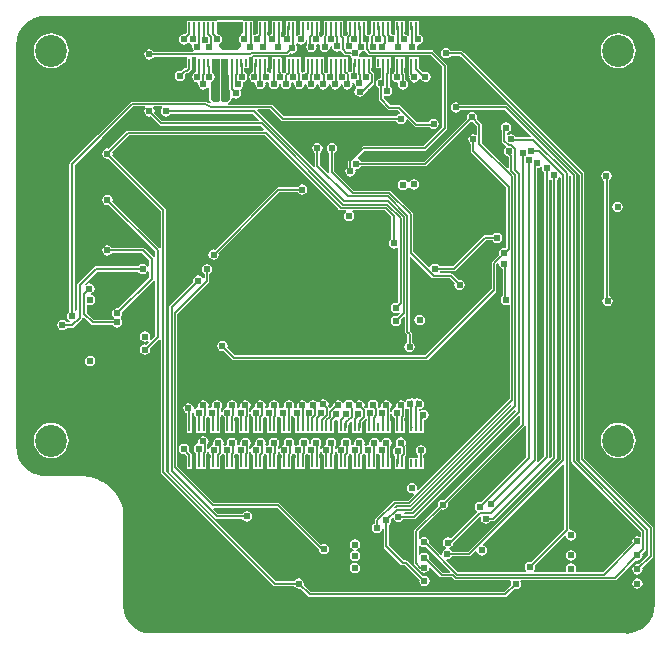
<source format=gbl>
G04*
G04 #@! TF.GenerationSoftware,Altium Limited,Altium Designer,21.6.4 (81)*
G04*
G04 Layer_Physical_Order=4*
G04 Layer_Color=16711680*
%FSLAX44Y44*%
%MOMM*%
G71*
G04*
G04 #@! TF.SameCoordinates,A89D6834-54D7-4776-B7DF-034E92FDE38D*
G04*
G04*
G04 #@! TF.FilePolarity,Positive*
G04*
G01*
G75*
%ADD15C,0.1524*%
%ADD45R,0.2000X0.7000*%
%ADD74C,0.2032*%
%ADD75C,2.7000*%
%ADD76C,0.6096*%
%ADD77C,0.4064*%
%ADD78R,0.3000X0.7000*%
G36*
X531278Y392905D02*
X535560Y390616D01*
X539317Y387533D01*
X542401Y383775D01*
X544692Y379488D01*
X546028Y375084D01*
X546028Y-2189D01*
X546171Y-2906D01*
X546234Y-3634D01*
X546255Y-3674D01*
Y-102562D01*
X546246Y-102685D01*
X546121Y-103097D01*
X545595Y-108442D01*
X544184Y-113093D01*
X541893Y-117380D01*
X538809Y-121137D01*
X535052Y-124221D01*
X530765Y-126513D01*
X526113Y-127923D01*
X521789Y-128349D01*
X521276Y-128247D01*
X115484D01*
X110860Y-126845D01*
X106902Y-124729D01*
X103145Y-121645D01*
X100061Y-117888D01*
X97770Y-113601D01*
X96735Y-110190D01*
X96111Y-103858D01*
Y-30305D01*
X96069Y-30094D01*
X96094Y-29881D01*
X95613Y-24028D01*
X95462Y-23497D01*
X95408Y-22948D01*
X93701Y-17320D01*
X93460Y-16870D01*
X93312Y-16382D01*
X90540Y-11195D01*
X90216Y-10801D01*
X89976Y-10351D01*
X86245Y-5805D01*
X85850Y-5482D01*
X85527Y-5087D01*
X80981Y-1356D01*
X80531Y-1116D01*
X80136Y-792D01*
X74950Y1980D01*
X74462Y2128D01*
X74012Y2368D01*
X68384Y4076D01*
X67877Y4126D01*
X67389Y4274D01*
X61536Y4850D01*
X61284Y4825D01*
X61035Y4875D01*
X27191Y4924D01*
X26120Y5365D01*
X25873Y5414D01*
X25650Y5533D01*
X20511Y7092D01*
X16224Y9383D01*
X12467Y12467D01*
X9383Y16224D01*
X7092Y20511D01*
X5681Y25162D01*
X5179Y30254D01*
Y369745D01*
X5681Y374837D01*
X7092Y379489D01*
X9383Y383775D01*
X12467Y387533D01*
X16224Y390616D01*
X20511Y392908D01*
X25163Y394319D01*
X30254Y394821D01*
X524909D01*
X531278Y392905D01*
D02*
G37*
%LPC*%
G36*
X197104Y390757D02*
X175006D01*
X174435Y390520D01*
X149730D01*
Y380980D01*
X149730Y380980D01*
X149730D01*
X149532Y379792D01*
X148548Y378808D01*
X147320Y379053D01*
X145635Y378718D01*
X144207Y377763D01*
X143252Y376335D01*
X142917Y374650D01*
X143252Y372965D01*
X144207Y371537D01*
X145635Y370583D01*
X147320Y370248D01*
X149005Y370583D01*
X150327Y371466D01*
X150733Y371615D01*
X151507D01*
X151913Y371466D01*
X153235Y370583D01*
X153620Y370506D01*
X154494Y369038D01*
X154347Y368300D01*
X154683Y366615D01*
X155567Y365292D01*
X155446Y364776D01*
X155095Y364022D01*
X121919D01*
X121223Y365063D01*
X119795Y366018D01*
X118110Y366353D01*
X116425Y366018D01*
X114997Y365063D01*
X114043Y363635D01*
X113707Y361950D01*
X114043Y360265D01*
X114997Y358837D01*
X116425Y357883D01*
X118110Y357548D01*
X119795Y357883D01*
X121223Y358837D01*
X121919Y359878D01*
X148526D01*
X149730Y359720D01*
X149730Y358608D01*
Y354912D01*
X149690Y354712D01*
X149730Y354512D01*
Y350526D01*
X149510Y350306D01*
X148279D01*
X147486Y350148D01*
X146814Y349699D01*
X146813Y349699D01*
X145091Y347976D01*
X143862Y348220D01*
X142177Y347885D01*
X140749Y346931D01*
X139795Y345503D01*
X139460Y343818D01*
X139795Y342133D01*
X140749Y340705D01*
X142177Y339750D01*
X143862Y339415D01*
X145547Y339750D01*
X146975Y340705D01*
X147930Y342133D01*
X148265Y343818D01*
X148021Y345046D01*
X149137Y346162D01*
X150368D01*
X150368Y346162D01*
X151161Y346320D01*
X151833Y346769D01*
X153465Y348401D01*
X153465Y348401D01*
X153886Y349031D01*
X153906Y349061D01*
X153906Y349061D01*
X153914Y349073D01*
X154270Y350180D01*
X154270Y350180D01*
X154270Y359720D01*
X155475Y359878D01*
X156526D01*
X157730Y359720D01*
X157730Y358608D01*
Y350180D01*
X157928D01*
Y347139D01*
X157065Y346968D01*
X155637Y346013D01*
X154683Y344585D01*
X154347Y342900D01*
X154683Y341215D01*
X155637Y339787D01*
X157065Y338833D01*
X158623Y338523D01*
X158756Y338489D01*
X159590Y337370D01*
X159427Y336550D01*
X159762Y334865D01*
X160717Y333437D01*
X162145Y332483D01*
X163830Y332148D01*
X165515Y332483D01*
X166943Y333437D01*
X167281Y333943D01*
X168551Y333558D01*
Y324104D01*
X168954Y323132D01*
X170572Y321514D01*
X170442Y320131D01*
X170389Y320037D01*
X170131Y319921D01*
X165916Y321913D01*
X165866Y321926D01*
X165823Y321954D01*
X165476Y322023D01*
X165131Y322109D01*
X165081Y322102D01*
X165030Y322112D01*
X103790D01*
X102997Y321954D01*
X102325Y321505D01*
X102325Y321505D01*
X74808Y293988D01*
X74664Y293960D01*
X73908Y293454D01*
X51102Y270648D01*
X50597Y269892D01*
X50419Y269000D01*
Y143983D01*
X49548Y143401D01*
X48594Y141973D01*
X48259Y140288D01*
X48594Y138603D01*
X49548Y137175D01*
X50657Y136434D01*
X50273Y135164D01*
X48102D01*
X47579Y135946D01*
X46151Y136901D01*
X44466Y137236D01*
X42781Y136901D01*
X41353Y135946D01*
X40398Y134518D01*
X40063Y132833D01*
X40398Y131148D01*
X41353Y129720D01*
X42781Y128766D01*
X44466Y128431D01*
X46151Y128766D01*
X47579Y129720D01*
X48102Y130502D01*
X52750D01*
X53642Y130680D01*
X54398Y131185D01*
X60648Y137435D01*
X61153Y138191D01*
X61274Y138796D01*
X62464Y139402D01*
X68457Y133409D01*
X69214Y132903D01*
X70106Y132726D01*
X87296D01*
X87819Y131944D01*
X89247Y130989D01*
X90932Y130654D01*
X92617Y130989D01*
X94045Y131944D01*
X95000Y133372D01*
X95335Y135057D01*
X95000Y136742D01*
X94074Y138127D01*
X93899Y138454D01*
Y139351D01*
X94074Y139678D01*
X95000Y141063D01*
X95335Y142748D01*
X95151Y143671D01*
X121621Y170141D01*
X121737Y170138D01*
X122891Y169742D01*
Y123688D01*
X119244Y120042D01*
X118258Y120851D01*
X118567Y121314D01*
X118903Y122999D01*
X118567Y124684D01*
X117613Y126112D01*
X116185Y127067D01*
X114500Y127402D01*
X112815Y127067D01*
X111387Y126112D01*
X110433Y124684D01*
X110097Y122999D01*
X110433Y121314D01*
X111387Y119886D01*
X112815Y118932D01*
X114500Y118597D01*
X116185Y118932D01*
X116648Y119241D01*
X117458Y118255D01*
X115423Y116220D01*
X114500Y116404D01*
X112815Y116068D01*
X111387Y115114D01*
X110433Y113686D01*
X110097Y112001D01*
X110433Y110316D01*
X111387Y108888D01*
X112815Y107934D01*
X114500Y107598D01*
X116185Y107934D01*
X117613Y108888D01*
X118567Y110316D01*
X118903Y112001D01*
X118719Y112924D01*
X126658Y120863D01*
X127482Y120668D01*
X127928Y120372D01*
Y8438D01*
X127928Y8438D01*
X128086Y7645D01*
X128535Y6973D01*
X222951Y-87444D01*
X222951Y-87444D01*
X223624Y-87893D01*
X224416Y-88051D01*
X224417Y-88051D01*
X240678D01*
X241374Y-89092D01*
X242802Y-90046D01*
X244487Y-90381D01*
X245715Y-90137D01*
X252293Y-96715D01*
X252293Y-96715D01*
X252965Y-97164D01*
X253758Y-97322D01*
X419424Y-97322D01*
X419424Y-97322D01*
X420217Y-97164D01*
X420889Y-96715D01*
X427085Y-90518D01*
X428314Y-90763D01*
X429999Y-90428D01*
X431427Y-89473D01*
X432381Y-88045D01*
X432716Y-86360D01*
X432381Y-84675D01*
X432245Y-84472D01*
X432844Y-83352D01*
X512276D01*
X512276Y-83352D01*
X513069Y-83194D01*
X513741Y-82745D01*
X530140Y-66346D01*
X531368Y-66590D01*
X533053Y-66255D01*
X534481Y-65301D01*
X535436Y-63872D01*
X535771Y-62188D01*
X535526Y-60959D01*
X537913Y-58573D01*
X537913Y-58573D01*
X538362Y-57901D01*
X538520Y-57108D01*
X538520Y-57108D01*
Y-41448D01*
X538362Y-40655D01*
X537913Y-39983D01*
X537913Y-39983D01*
X479572Y18358D01*
Y259567D01*
X479572Y259568D01*
X479414Y260360D01*
X478965Y261033D01*
X478965Y261033D01*
X421390Y318607D01*
X420718Y319056D01*
X419925Y319214D01*
X419925Y319214D01*
X381309D01*
X380613Y320255D01*
X379185Y321210D01*
X377500Y321545D01*
X375815Y321210D01*
X374387Y320255D01*
X373433Y318827D01*
X373097Y317142D01*
X373433Y315457D01*
X374387Y314029D01*
X375815Y313075D01*
X377500Y312740D01*
X379185Y313075D01*
X380613Y314029D01*
X381309Y315070D01*
X419067D01*
X441001Y293137D01*
X440515Y291964D01*
X428379D01*
X427566Y293181D01*
X426138Y294135D01*
X424453Y294471D01*
X422768Y294135D01*
X421799Y293488D01*
X420528Y294079D01*
Y295702D01*
X421684Y295932D01*
X423112Y296886D01*
X424067Y298315D01*
X424402Y299999D01*
X424067Y301684D01*
X423112Y303113D01*
X421684Y304067D01*
X419999Y304402D01*
X418314Y304067D01*
X416886Y303113D01*
X415932Y301684D01*
X415597Y299999D01*
X415932Y298315D01*
X416385Y297636D01*
Y288880D01*
X416385Y288880D01*
X416543Y288087D01*
X416992Y287415D01*
X419877Y284530D01*
X419752Y283266D01*
X419386Y283021D01*
X418432Y281593D01*
X418097Y279908D01*
X418432Y278223D01*
X419386Y276795D01*
X420814Y275840D01*
X421331Y275738D01*
X422362Y274706D01*
Y266067D01*
X421189Y265581D01*
X399651Y287119D01*
Y302373D01*
X399493Y303165D01*
X399044Y303838D01*
X399044Y303838D01*
X395275Y307607D01*
X395519Y308835D01*
X395184Y310520D01*
X394230Y311948D01*
X392802Y312902D01*
X391117Y313237D01*
X389432Y312902D01*
X388004Y311948D01*
X387049Y310520D01*
X386714Y308835D01*
X386959Y307607D01*
X350664Y271312D01*
X297175D01*
X296479Y272353D01*
X295051Y273308D01*
X294811Y273355D01*
X294442Y274571D01*
X300243Y280371D01*
X351182D01*
X351182Y280371D01*
X351975Y280529D01*
X352647Y280978D01*
X369642Y297973D01*
X369642Y297973D01*
X370092Y298646D01*
X370249Y299438D01*
X370249Y299439D01*
Y352480D01*
X370249Y352480D01*
X370092Y353273D01*
X369642Y353945D01*
X369642Y353945D01*
X358649Y364939D01*
X357977Y365388D01*
X357184Y365546D01*
X357184Y365546D01*
X344890D01*
X344291Y366666D01*
X344427Y366869D01*
X344762Y368554D01*
X344652Y369109D01*
X345440Y370248D01*
X347125Y370583D01*
X348553Y371537D01*
X349507Y372965D01*
X349842Y374650D01*
X349507Y376335D01*
X348553Y377763D01*
X347125Y378718D01*
X346072Y378927D01*
Y380980D01*
X346270D01*
Y390520D01*
X337730D01*
Y380980D01*
X338108D01*
Y378516D01*
X337828Y378303D01*
X336838Y377954D01*
X335695Y378718D01*
X334072Y379040D01*
Y380980D01*
X334270D01*
Y390520D01*
X325730D01*
Y380980D01*
X326166D01*
Y379134D01*
X325046Y378535D01*
X324773Y378717D01*
X323088Y379053D01*
X322387Y379758D01*
X322270Y380980D01*
X322270D01*
Y390520D01*
X305730D01*
Y380980D01*
X305928D01*
Y379395D01*
X305430Y378897D01*
X303895Y378473D01*
X303756Y378504D01*
X303437Y378717D01*
X302092Y378985D01*
X302072Y379006D01*
Y380980D01*
X302270D01*
Y390520D01*
X285730D01*
Y380980D01*
X285928D01*
Y379100D01*
X285047Y378219D01*
X284679Y377668D01*
X284510Y377580D01*
X284227Y377524D01*
X283287Y377465D01*
X283276Y377481D01*
X283276Y377481D01*
X282072Y378686D01*
Y380980D01*
X282270D01*
Y390520D01*
X265730D01*
Y380980D01*
X265928D01*
Y378913D01*
X265106Y378091D01*
X264657Y377419D01*
X264500Y376626D01*
X264398Y376555D01*
X264210Y376522D01*
X262760Y376914D01*
X262193Y377763D01*
X261834Y378003D01*
Y380980D01*
X262270D01*
Y390520D01*
X245730D01*
Y380980D01*
X245928D01*
Y378963D01*
X244695Y378718D01*
X243342Y377813D01*
X242938Y377900D01*
X242072Y378261D01*
Y380980D01*
X242270D01*
Y390520D01*
X233730D01*
Y385712D01*
X233690Y385512D01*
X233690Y385512D01*
Y378808D01*
X233235Y378718D01*
X231807Y377763D01*
X231104Y376711D01*
X229834Y377096D01*
Y380980D01*
X230270D01*
Y390520D01*
X221730D01*
Y380980D01*
X221928D01*
Y378989D01*
X220565Y378718D01*
X219342Y377900D01*
X218569Y378132D01*
X218072Y378455D01*
Y380980D01*
X218270D01*
Y390520D01*
X209730D01*
Y380980D01*
X209730D01*
X209754Y379710D01*
X209550Y379053D01*
X207865Y378718D01*
X207104Y378209D01*
X205834Y378888D01*
Y380980D01*
X206270D01*
Y390520D01*
X197675D01*
X197104Y390757D01*
D02*
G37*
G36*
X515000Y379877D02*
X512105Y379592D01*
X509321Y378747D01*
X506755Y377376D01*
X504506Y375530D01*
X502660Y373281D01*
X501288Y370715D01*
X500444Y367931D01*
X500159Y365036D01*
X500444Y362140D01*
X501288Y359356D01*
X502660Y356790D01*
X504506Y354541D01*
X506755Y352696D01*
X509321Y351324D01*
X512105Y350480D01*
X515000Y350194D01*
X517896Y350480D01*
X520680Y351324D01*
X523246Y352696D01*
X525495Y354541D01*
X527340Y356790D01*
X528712Y359356D01*
X529557Y362140D01*
X529842Y365036D01*
X529557Y367931D01*
X528712Y370715D01*
X527340Y373281D01*
X525495Y375530D01*
X523246Y377376D01*
X520680Y378747D01*
X517896Y379592D01*
X515000Y379877D01*
D02*
G37*
G36*
X35000Y379841D02*
X32105Y379556D01*
X29320Y378711D01*
X26755Y377340D01*
X24506Y375494D01*
X22660Y373245D01*
X21288Y370679D01*
X20444Y367895D01*
X20159Y365000D01*
X20444Y362104D01*
X21288Y359320D01*
X22660Y356754D01*
X24506Y354505D01*
X26755Y352659D01*
X29320Y351288D01*
X32105Y350443D01*
X35000Y350158D01*
X37896Y350443D01*
X40680Y351288D01*
X43246Y352659D01*
X45495Y354505D01*
X47340Y356754D01*
X48712Y359320D01*
X49556Y362104D01*
X49842Y365000D01*
X49556Y367895D01*
X48712Y370679D01*
X47340Y373245D01*
X45495Y375494D01*
X43246Y377340D01*
X40680Y378711D01*
X37896Y379556D01*
X35000Y379841D01*
D02*
G37*
G36*
X514560Y237365D02*
X512875Y237029D01*
X511447Y236075D01*
X510493Y234647D01*
X510158Y232962D01*
X510493Y231277D01*
X511447Y229849D01*
X512875Y228895D01*
X514560Y228559D01*
X516245Y228895D01*
X517673Y229849D01*
X518628Y231277D01*
X518963Y232962D01*
X518628Y234647D01*
X517673Y236075D01*
X516245Y237029D01*
X514560Y237365D01*
D02*
G37*
G36*
X505024Y263343D02*
X503339Y263008D01*
X501911Y262053D01*
X500956Y260625D01*
X500621Y258940D01*
X500956Y257255D01*
X501911Y255827D01*
X503339Y254873D01*
X503445Y254852D01*
Y156479D01*
X502897Y156113D01*
X501942Y154685D01*
X501607Y153000D01*
X501942Y151315D01*
X502897Y149887D01*
X504325Y148932D01*
X506010Y148597D01*
X507695Y148932D01*
X509123Y149887D01*
X510077Y151315D01*
X510413Y153000D01*
X510077Y154685D01*
X509123Y156113D01*
X507695Y157067D01*
X507589Y157088D01*
Y255461D01*
X508137Y255827D01*
X509091Y257255D01*
X509426Y258940D01*
X509091Y260625D01*
X508137Y262053D01*
X506709Y263008D01*
X505024Y263343D01*
D02*
G37*
G36*
X68053Y106903D02*
X66368Y106567D01*
X64940Y105613D01*
X63986Y104185D01*
X63651Y102500D01*
X63986Y100815D01*
X64940Y99387D01*
X66368Y98433D01*
X68053Y98097D01*
X69738Y98433D01*
X71166Y99387D01*
X72121Y100815D01*
X72456Y102500D01*
X72121Y104185D01*
X71166Y105613D01*
X69738Y106567D01*
X68053Y106903D01*
D02*
G37*
G36*
X515000Y49841D02*
X512105Y49556D01*
X509321Y48712D01*
X506755Y47340D01*
X504506Y45494D01*
X502660Y43245D01*
X501288Y40679D01*
X500444Y37895D01*
X500159Y35000D01*
X500444Y32104D01*
X501288Y29320D01*
X502660Y26754D01*
X504506Y24505D01*
X506755Y22660D01*
X509321Y21288D01*
X512105Y20443D01*
X515000Y20158D01*
X517896Y20443D01*
X520680Y21288D01*
X523246Y22660D01*
X525495Y24505D01*
X527340Y26754D01*
X528712Y29320D01*
X529557Y32104D01*
X529842Y35000D01*
X529557Y37895D01*
X528712Y40679D01*
X527340Y43245D01*
X525495Y45494D01*
X523246Y47340D01*
X520680Y48712D01*
X517896Y49556D01*
X515000Y49841D01*
D02*
G37*
G36*
X35000D02*
X32105Y49556D01*
X29320Y48712D01*
X26755Y47340D01*
X24506Y45494D01*
X22660Y43245D01*
X21288Y40679D01*
X20444Y37895D01*
X20159Y35000D01*
X20444Y32104D01*
X21288Y29320D01*
X22660Y26754D01*
X24506Y24505D01*
X26755Y22660D01*
X29320Y21288D01*
X32105Y20443D01*
X35000Y20158D01*
X37896Y20443D01*
X40680Y21288D01*
X43246Y22660D01*
X45495Y24505D01*
X47340Y26754D01*
X48712Y29320D01*
X49556Y32104D01*
X49842Y35000D01*
X49556Y37895D01*
X48712Y40679D01*
X47340Y43245D01*
X45495Y45494D01*
X43246Y47340D01*
X40680Y48712D01*
X37896Y49556D01*
X35000Y49841D01*
D02*
G37*
G36*
X369415Y367369D02*
X367730Y367034D01*
X366302Y366079D01*
X365347Y364651D01*
X365012Y362966D01*
X365347Y361281D01*
X366302Y359853D01*
X367730Y358899D01*
X369415Y358563D01*
X371100Y358899D01*
X372528Y359853D01*
X373224Y360894D01*
X381332D01*
X482306Y259920D01*
Y19490D01*
X482306Y19490D01*
X482464Y18697D01*
X482913Y18025D01*
X540428Y-39490D01*
Y-62093D01*
X532596Y-69925D01*
X531368Y-69681D01*
X529683Y-70016D01*
X528255Y-70970D01*
X527301Y-72399D01*
X526966Y-74083D01*
X527301Y-75768D01*
X528255Y-77196D01*
X529683Y-78151D01*
X531368Y-78486D01*
X533053Y-78151D01*
X534481Y-77196D01*
X535436Y-75768D01*
X535771Y-74083D01*
X535526Y-72855D01*
X543965Y-64416D01*
X543965Y-64416D01*
X544414Y-63744D01*
X544572Y-62951D01*
X544572Y-62951D01*
Y-38632D01*
X544572Y-38632D01*
X544414Y-37839D01*
X543965Y-37167D01*
X543965Y-37167D01*
X486450Y20348D01*
Y260778D01*
X486450Y260778D01*
X486292Y261571D01*
X485843Y262243D01*
X485843Y262243D01*
X383655Y364431D01*
X382983Y364880D01*
X382190Y365038D01*
X382190Y365038D01*
X373224D01*
X372528Y366079D01*
X371100Y367034D01*
X369415Y367369D01*
D02*
G37*
G36*
X531368Y-81576D02*
X529683Y-81911D01*
X528255Y-82866D01*
X527301Y-84294D01*
X526966Y-85979D01*
X527301Y-87664D01*
X528255Y-89092D01*
X529683Y-90046D01*
X531368Y-90381D01*
X533053Y-90046D01*
X534481Y-89092D01*
X535436Y-87664D01*
X535771Y-85979D01*
X535436Y-84294D01*
X534481Y-82866D01*
X533053Y-81911D01*
X531368Y-81576D01*
D02*
G37*
%LPD*%
G36*
X251928Y373900D02*
Y371071D01*
X251203Y369985D01*
X250867Y368300D01*
X251203Y366615D01*
X252157Y365187D01*
X253585Y364233D01*
X255270Y363898D01*
X256955Y364233D01*
X258383Y365187D01*
X259337Y366615D01*
X259673Y368300D01*
X259525Y369041D01*
X260398Y370510D01*
X260765Y370583D01*
X261714Y371217D01*
X262629Y370301D01*
X262504Y370113D01*
X262169Y368429D01*
X262504Y366744D01*
X263458Y365316D01*
X264887Y364361D01*
X266571Y364026D01*
X268256Y364361D01*
X269685Y365316D01*
X270639Y366744D01*
X270974Y368429D01*
X271768Y369028D01*
X272329Y368686D01*
X272664Y367001D01*
X273618Y365573D01*
X275047Y364618D01*
X276731Y364283D01*
X278416Y364618D01*
X278828Y364893D01*
X280346Y364860D01*
X283322Y361884D01*
X283322Y361884D01*
X283994Y361435D01*
X284787Y361277D01*
X287781D01*
X288733Y359853D01*
X289730Y359187D01*
Y354912D01*
X289690Y354712D01*
X289690Y354712D01*
Y347647D01*
X289555Y347620D01*
X288745Y347079D01*
X288047Y346699D01*
X286931Y347163D01*
X286072Y348023D01*
Y350180D01*
X286270D01*
Y359720D01*
X269730D01*
Y354912D01*
X269690Y354712D01*
X269690Y354712D01*
Y347058D01*
X269235Y346968D01*
X268531Y346497D01*
X267535Y346173D01*
X266709Y346656D01*
X266072Y347293D01*
Y350180D01*
X266270D01*
Y359720D01*
X249730D01*
Y350180D01*
X249928D01*
Y347251D01*
X248505Y346968D01*
X247937Y346588D01*
X247154Y346520D01*
X246072Y347522D01*
Y350180D01*
X246270D01*
Y359720D01*
X233730D01*
Y350180D01*
X233928D01*
Y347018D01*
X233043Y346133D01*
X231760Y346106D01*
X231452Y346227D01*
X231425Y346267D01*
X230338Y346994D01*
X230324Y348171D01*
X230449Y349389D01*
X230449D01*
X230316Y350604D01*
X230310Y350666D01*
Y354712D01*
X230270Y354912D01*
Y359720D01*
X221730D01*
Y352064D01*
X221358Y346517D01*
X220061Y346161D01*
X218855Y346968D01*
X218072Y347123D01*
Y350180D01*
X218270D01*
Y359720D01*
X207376D01*
X206674Y360990D01*
X206839Y361254D01*
X234921D01*
X234921Y361254D01*
X235714Y361412D01*
X236386Y361861D01*
X237419Y362894D01*
X238760Y362628D01*
X240445Y362963D01*
X241873Y363917D01*
X242827Y365345D01*
X243162Y367030D01*
X242827Y368715D01*
X242072Y369846D01*
Y371040D01*
X242938Y371400D01*
X243342Y371487D01*
X244695Y370583D01*
X246380Y370248D01*
X248065Y370583D01*
X249493Y371537D01*
X250447Y372965D01*
X250658Y374025D01*
X251928Y373900D01*
D02*
G37*
G36*
X197104Y380746D02*
X195326Y378968D01*
Y377976D01*
X195007Y377763D01*
X194053Y376335D01*
X193717Y374650D01*
X194053Y372965D01*
X195007Y371537D01*
X195326Y371324D01*
Y368808D01*
X192024Y365506D01*
X180848D01*
X176955Y369399D01*
X177312Y370838D01*
X178373Y371547D01*
X179327Y372976D01*
X179662Y374660D01*
X179327Y376345D01*
X178373Y377773D01*
X176945Y378728D01*
X175260Y379063D01*
X175006Y379271D01*
Y389382D01*
X197104D01*
Y380746D01*
D02*
G37*
G36*
X300795Y364731D02*
X303517Y362009D01*
X303517Y362009D01*
X304189Y361560D01*
X304982Y361402D01*
X356326D01*
X366106Y351622D01*
Y300297D01*
X350324Y284515D01*
X299385D01*
X299384Y284515D01*
X298592Y284357D01*
X297920Y283908D01*
X297920Y283908D01*
X286821Y272809D01*
X286372Y272137D01*
X286214Y271344D01*
X286214Y271344D01*
Y266806D01*
X285177Y266113D01*
X284223Y264685D01*
X283887Y263000D01*
X284223Y261315D01*
X285177Y259887D01*
X286605Y258932D01*
X288290Y258597D01*
X289975Y258932D01*
X291403Y259887D01*
X292357Y261315D01*
X292693Y263000D01*
X292552Y263704D01*
X293366Y264838D01*
X295051Y265173D01*
X296479Y266127D01*
X297175Y267168D01*
X351522D01*
X351522Y267168D01*
X352315Y267326D01*
X352987Y267775D01*
X389888Y304677D01*
X391117Y304432D01*
X392345Y304677D01*
X395507Y301514D01*
Y294530D01*
X394387Y293931D01*
X394184Y294067D01*
X392499Y294402D01*
X390814Y294067D01*
X389386Y293113D01*
X388432Y291684D01*
X388097Y289999D01*
X388432Y288315D01*
X389386Y286886D01*
X390427Y286190D01*
Y279839D01*
X390427Y279839D01*
X390585Y279046D01*
X391034Y278374D01*
X420277Y249131D01*
Y199066D01*
X419140Y198096D01*
X418592Y198205D01*
X416907Y197869D01*
X415479Y196915D01*
X414524Y195487D01*
X414189Y193802D01*
X414434Y192574D01*
X408471Y186611D01*
X408022Y185939D01*
X407864Y185146D01*
X407864Y185146D01*
Y163080D01*
X351856Y107072D01*
X190858D01*
X184158Y113772D01*
X184403Y115000D01*
X184067Y116685D01*
X183113Y118113D01*
X181685Y119067D01*
X180000Y119403D01*
X178315Y119067D01*
X176887Y118113D01*
X175933Y116685D01*
X175597Y115000D01*
X175933Y113315D01*
X176887Y111887D01*
X178315Y110933D01*
X180000Y110597D01*
X181228Y110842D01*
X188535Y103535D01*
X188535Y103535D01*
X189207Y103086D01*
X190000Y102928D01*
X190000Y102928D01*
X352714D01*
X352715Y102928D01*
X353507Y103086D01*
X354179Y103535D01*
X411401Y160756D01*
X411401Y160757D01*
X411850Y161429D01*
X412008Y162222D01*
X412008Y162222D01*
Y184288D01*
X413005Y185285D01*
X413999Y184818D01*
X414198Y184682D01*
X414524Y183043D01*
X415479Y181615D01*
X416907Y180661D01*
X417280Y180587D01*
Y157302D01*
X416997Y157113D01*
X416043Y155685D01*
X415708Y154000D01*
X416043Y152315D01*
X416997Y150887D01*
X418426Y149933D01*
X420111Y149598D01*
X421795Y149933D01*
X422004Y150072D01*
X423124Y149473D01*
Y70413D01*
X345577Y-7134D01*
X344407Y-6508D01*
X344640Y-5334D01*
X344305Y-3649D01*
X343351Y-2221D01*
X341923Y-1267D01*
X340238Y-931D01*
X338553Y-1267D01*
X337125Y-2221D01*
X336170Y-3649D01*
X335835Y-5334D01*
X336170Y-7019D01*
X337125Y-8447D01*
X338553Y-9402D01*
X340238Y-9737D01*
X341412Y-9503D01*
X342037Y-10674D01*
X336962Y-15749D01*
X325695D01*
X325695Y-15749D01*
X324902Y-15907D01*
X324230Y-16356D01*
X324230Y-16356D01*
X309431Y-31155D01*
X308982Y-31827D01*
X308824Y-32620D01*
X308824Y-32620D01*
Y-35307D01*
X307783Y-36003D01*
X306828Y-37431D01*
X306493Y-39116D01*
X306828Y-40801D01*
X307783Y-42229D01*
X309211Y-43183D01*
X310896Y-43519D01*
X312581Y-43183D01*
X314009Y-42229D01*
X314963Y-40801D01*
X315174Y-39741D01*
X316444Y-39866D01*
Y-54141D01*
X316444Y-54141D01*
X316602Y-54934D01*
X317051Y-55606D01*
X331481Y-70036D01*
X331481Y-70036D01*
X332153Y-70485D01*
X332946Y-70643D01*
X334882D01*
X346886Y-82647D01*
X346642Y-83876D01*
X346977Y-85560D01*
X347932Y-86989D01*
X349360Y-87943D01*
X351045Y-88278D01*
X352729Y-87943D01*
X354158Y-86989D01*
X355112Y-85560D01*
X355447Y-83876D01*
X355112Y-82191D01*
X354158Y-80763D01*
X352729Y-79808D01*
X351045Y-79473D01*
X349816Y-79717D01*
X337205Y-67106D01*
X336533Y-66657D01*
X335740Y-66499D01*
X335740Y-66499D01*
X333804D01*
X320588Y-53283D01*
Y-36321D01*
X321629Y-35625D01*
X322584Y-34197D01*
X322919Y-32512D01*
X322703Y-31428D01*
X323606Y-30566D01*
X324820Y-30934D01*
X324863Y-31149D01*
X325817Y-32577D01*
X327245Y-33531D01*
X328930Y-33867D01*
X330615Y-33531D01*
X332043Y-32577D01*
X332739Y-31536D01*
X342320D01*
X342320Y-31536D01*
X343113Y-31378D01*
X343785Y-30929D01*
X430841Y56127D01*
X432014Y55641D01*
Y49272D01*
X367777Y-14965D01*
X366549Y-14720D01*
X364864Y-15056D01*
X363436Y-16010D01*
X362481Y-17438D01*
X362146Y-19123D01*
X362391Y-20351D01*
X342451Y-40291D01*
X342002Y-40963D01*
X341844Y-41756D01*
X341844Y-41756D01*
Y-69003D01*
X341844Y-69003D01*
X342002Y-69796D01*
X342451Y-70468D01*
X346038Y-74055D01*
X346710Y-74504D01*
X346883Y-74538D01*
X347661Y-75703D01*
X349089Y-76657D01*
X350774Y-76993D01*
X352459Y-76657D01*
X353887Y-75703D01*
X354841Y-74275D01*
X355093Y-73011D01*
X356349Y-72471D01*
X364139Y-80261D01*
X364811Y-80710D01*
X365604Y-80867D01*
X365604Y-80867D01*
X374114D01*
X375992Y-82745D01*
X376664Y-83194D01*
X377457Y-83352D01*
X377457Y-83352D01*
X423783D01*
X424382Y-84472D01*
X424246Y-84675D01*
X423911Y-86360D01*
X424156Y-87588D01*
X418566Y-93178D01*
X254616Y-93178D01*
X248645Y-87207D01*
X248889Y-85979D01*
X248554Y-84294D01*
X247600Y-82866D01*
X246172Y-81911D01*
X244487Y-81576D01*
X242802Y-81911D01*
X241374Y-82866D01*
X240678Y-83907D01*
X225275D01*
X132072Y9296D01*
Y230500D01*
X131914Y231293D01*
X131465Y231965D01*
X131465Y231965D01*
X86658Y276772D01*
X86903Y278000D01*
X86658Y279228D01*
X100760Y293330D01*
X215804D01*
X278687Y230447D01*
X278687Y230447D01*
X279359Y229998D01*
X280152Y229840D01*
X280152Y229840D01*
X284308D01*
X284693Y228570D01*
X284233Y228263D01*
X283279Y226834D01*
X282943Y225149D01*
X283279Y223465D01*
X284233Y222036D01*
X285661Y221082D01*
X287346Y220747D01*
X289031Y221082D01*
X290459Y222036D01*
X291413Y223465D01*
X291749Y225149D01*
X291413Y226834D01*
X290459Y228263D01*
X289999Y228570D01*
X290384Y229840D01*
X317379D01*
X322928Y224291D01*
Y205809D01*
X321887Y205113D01*
X320933Y203685D01*
X320597Y202000D01*
X320933Y200315D01*
X321887Y198887D01*
X323315Y197933D01*
X325000Y197597D01*
X326685Y197933D01*
X327581Y198531D01*
X328851Y197879D01*
Y152405D01*
X327859Y151531D01*
X326898Y151723D01*
X325213Y151388D01*
X323785Y150433D01*
X322831Y149005D01*
X322495Y147320D01*
X322831Y145635D01*
X323785Y144207D01*
X325213Y143252D01*
X326898Y142917D01*
X328583Y143252D01*
X329832Y144087D01*
X330641Y143101D01*
X328126Y140585D01*
X326898Y140830D01*
X325213Y140495D01*
X323785Y139540D01*
X322831Y138112D01*
X322495Y136427D01*
X322831Y134742D01*
X323785Y133314D01*
X325213Y132360D01*
X326898Y132025D01*
X328583Y132360D01*
X330011Y133314D01*
X330965Y134742D01*
X331301Y136427D01*
X331056Y137656D01*
X333266Y139865D01*
X334439Y139379D01*
Y127328D01*
X334439Y127328D01*
X334597Y126535D01*
X335046Y125863D01*
X336358Y124551D01*
Y118218D01*
X335316Y117523D01*
X334362Y116094D01*
X334027Y114410D01*
X334362Y112725D01*
X335316Y111297D01*
X336745Y110342D01*
X338429Y110007D01*
X340114Y110342D01*
X341543Y111297D01*
X342497Y112725D01*
X342832Y114410D01*
X342497Y116094D01*
X341543Y117523D01*
X340501Y118218D01*
Y125409D01*
X340344Y126202D01*
X339894Y126874D01*
X339894Y126874D01*
X338583Y128186D01*
Y190235D01*
X339756Y190721D01*
X357512Y172965D01*
X357512Y172965D01*
X358185Y172516D01*
X358977Y172358D01*
X358978Y172358D01*
X372488D01*
X376617Y168229D01*
X376373Y167000D01*
X376708Y165315D01*
X377662Y163887D01*
X379090Y162933D01*
X380775Y162598D01*
X382460Y162933D01*
X383888Y163887D01*
X384843Y165315D01*
X385178Y167000D01*
X384843Y168685D01*
X383888Y170113D01*
X382460Y171068D01*
X380775Y171403D01*
X379547Y171159D01*
X374811Y175895D01*
X374139Y176344D01*
X373346Y176502D01*
X373346Y176502D01*
X364530D01*
X363926Y177772D01*
X364387Y178456D01*
X376170D01*
X376170Y178456D01*
X376963Y178613D01*
X377635Y179063D01*
X403257Y204684D01*
X408687D01*
X409383Y203643D01*
X410811Y202689D01*
X412496Y202353D01*
X414181Y202689D01*
X415609Y203643D01*
X416563Y205071D01*
X416899Y206756D01*
X416563Y208441D01*
X415609Y209869D01*
X414181Y210823D01*
X412496Y211159D01*
X410811Y210823D01*
X409383Y209869D01*
X408687Y208828D01*
X402398D01*
X401606Y208670D01*
X400933Y208221D01*
X400933Y208221D01*
X375312Y182599D01*
X363873D01*
X363177Y183641D01*
X361749Y184595D01*
X360064Y184930D01*
X358379Y184595D01*
X356951Y183641D01*
X355996Y182212D01*
X355949Y181973D01*
X354733Y181604D01*
X341377Y194961D01*
Y226650D01*
X341377Y226650D01*
X341219Y227443D01*
X340770Y228115D01*
X340770Y228115D01*
X322876Y246009D01*
X322204Y246458D01*
X321411Y246615D01*
X321411Y246615D01*
X291161D01*
X274571Y263205D01*
Y278691D01*
X275613Y279386D01*
X276567Y280815D01*
X276902Y282499D01*
X276567Y284184D01*
X275613Y285613D01*
X274184Y286567D01*
X272500Y286902D01*
X270815Y286567D01*
X269386Y285613D01*
X268432Y284184D01*
X268097Y282499D01*
X268432Y280815D01*
X269386Y279386D01*
X270428Y278691D01*
Y262403D01*
X270301Y262287D01*
X269243Y261791D01*
X262422Y268613D01*
Y278691D01*
X263463Y279386D01*
X264417Y280815D01*
X264753Y282499D01*
X264417Y284184D01*
X263463Y285613D01*
X262035Y286567D01*
X260350Y286902D01*
X258665Y286567D01*
X257237Y285613D01*
X256283Y284184D01*
X255947Y282499D01*
X256283Y280815D01*
X257237Y279386D01*
X258278Y278691D01*
Y267755D01*
X258278Y267755D01*
X258436Y266962D01*
X257392Y266238D01*
X209472Y314158D01*
X209998Y315428D01*
X219933D01*
X229443Y305917D01*
X230116Y305468D01*
X230908Y305311D01*
X230909Y305311D01*
X327191D01*
X327886Y304269D01*
X329314Y303315D01*
X330999Y302980D01*
X332684Y303315D01*
X334112Y304269D01*
X335067Y305698D01*
X335249Y306613D01*
X336627Y307031D01*
X342623Y301035D01*
X343295Y300586D01*
X344088Y300428D01*
X344088Y300428D01*
X355417D01*
X355575Y300192D01*
X357003Y299237D01*
X358688Y298902D01*
X360373Y299237D01*
X361801Y300192D01*
X362755Y301620D01*
X363090Y303305D01*
X362755Y304990D01*
X361801Y306418D01*
X360373Y307372D01*
X358688Y307708D01*
X357003Y307372D01*
X355575Y306418D01*
X354620Y304990D01*
X354537Y304572D01*
X344946D01*
X331061Y318457D01*
X330389Y318906D01*
X329596Y319064D01*
X329596Y319064D01*
X322226D01*
X316426Y324864D01*
Y326751D01*
X317546Y327350D01*
X317847Y327149D01*
X319532Y326814D01*
X321217Y327149D01*
X322645Y328103D01*
X323599Y329531D01*
X323935Y331216D01*
X323599Y332901D01*
X322645Y334329D01*
X321604Y335025D01*
Y345108D01*
X321934Y345603D01*
X322092Y346396D01*
Y350180D01*
X322270D01*
Y359720D01*
X309730D01*
Y350180D01*
X313928D01*
Y341728D01*
X312669Y341478D01*
X311241Y340523D01*
X310287Y339095D01*
X309951Y337410D01*
X310287Y335725D01*
X311241Y334297D01*
X312282Y333601D01*
Y324006D01*
X312282Y324006D01*
X312440Y323213D01*
X312889Y322541D01*
X319903Y315527D01*
X320575Y315078D01*
X321368Y314920D01*
X321368Y314920D01*
X328738D01*
X330648Y313010D01*
X330230Y311632D01*
X329314Y311450D01*
X327886Y310496D01*
X327191Y309454D01*
X231766D01*
X222256Y318965D01*
X221584Y319414D01*
X220791Y319572D01*
X220791Y319572D01*
X184643D01*
X184391Y320842D01*
X185014Y321100D01*
X187046Y323132D01*
X187449Y324104D01*
X187734Y324968D01*
X189002Y325416D01*
X189831Y324863D01*
X191516Y324528D01*
X193201Y324863D01*
X194629Y325817D01*
X195583Y327245D01*
X195919Y328930D01*
X195583Y330615D01*
X195120Y331309D01*
X194831Y332265D01*
X195444Y332936D01*
X196193Y333437D01*
X197148Y334865D01*
X197483Y336550D01*
X197148Y338235D01*
X197293Y338586D01*
X198535Y338833D01*
X199963Y339787D01*
X200917Y341215D01*
X201252Y342900D01*
X200917Y344585D01*
X199963Y346013D01*
X198535Y346968D01*
X198310Y347012D01*
Y350180D01*
X202270D01*
X202270Y359720D01*
X203474Y359878D01*
X203675D01*
X203675Y359878D01*
X204468Y360036D01*
X204638Y360150D01*
X205730Y359352D01*
Y354912D01*
X205690Y354712D01*
X205690Y354712D01*
Y347040D01*
X205325Y346968D01*
X203897Y346013D01*
X202943Y344585D01*
X202607Y342900D01*
X202943Y341215D01*
X203897Y339787D01*
X205325Y338833D01*
X207010Y338498D01*
X207798Y337359D01*
X207687Y336804D01*
X208022Y335119D01*
X208977Y333691D01*
X210405Y332737D01*
X212090Y332402D01*
X213775Y332737D01*
X215203Y333691D01*
X216157Y335119D01*
X216493Y336804D01*
X216392Y337311D01*
X217126Y338358D01*
X218380Y338541D01*
X219299Y337719D01*
X219117Y336804D01*
X219452Y335119D01*
X220407Y333691D01*
X221835Y332737D01*
X223520Y332402D01*
X225205Y332737D01*
X226633Y333691D01*
X227587Y335119D01*
X227922Y336804D01*
X228534Y337356D01*
X229277Y336804D01*
X229613Y335119D01*
X230567Y333691D01*
X231995Y332737D01*
X233680Y332402D01*
X235365Y332737D01*
X236793Y333691D01*
X237747Y335119D01*
X238083Y336804D01*
X237901Y337719D01*
X238820Y338541D01*
X240074Y338358D01*
X240808Y337311D01*
X240707Y336804D01*
X241042Y335119D01*
X241997Y333691D01*
X243425Y332737D01*
X245110Y332402D01*
X246795Y332737D01*
X248223Y333691D01*
X249177Y335119D01*
X249513Y336804D01*
X250178Y337133D01*
X250867Y336776D01*
X251203Y335091D01*
X252157Y333663D01*
X253585Y332708D01*
X255270Y332373D01*
X256955Y332708D01*
X258383Y333663D01*
X259337Y335091D01*
X259673Y336776D01*
X260285Y337114D01*
X261027Y336550D01*
X261362Y334865D01*
X262317Y333437D01*
X263745Y332483D01*
X265430Y332148D01*
X267115Y332483D01*
X268543Y333437D01*
X269497Y334865D01*
X269799Y336382D01*
X269954Y336645D01*
X270954Y337425D01*
X271313Y337344D01*
X271334Y337285D01*
X271187Y336550D01*
X271523Y334865D01*
X272477Y333437D01*
X273905Y332483D01*
X275590Y332148D01*
X277275Y332483D01*
X278703Y333437D01*
X279657Y334865D01*
X279959Y336382D01*
X280114Y336645D01*
X281113Y337425D01*
X281474Y337344D01*
X281493Y337285D01*
X281347Y336550D01*
X281682Y334865D01*
X282637Y333437D01*
X284065Y332483D01*
X285750Y332148D01*
X287435Y332483D01*
X288863Y333437D01*
X289817Y334865D01*
X290152Y336550D01*
X289966Y337489D01*
X290671Y338368D01*
X290917Y338365D01*
X291507Y337816D01*
X291842Y336131D01*
X292694Y334856D01*
X293051Y333567D01*
X292097Y332139D01*
X291761Y330454D01*
X292097Y328769D01*
X293051Y327341D01*
X294479Y326386D01*
X296164Y326051D01*
X297849Y326386D01*
X299277Y327341D01*
X300231Y328769D01*
X300365Y329439D01*
X307945Y337019D01*
X307945Y337019D01*
X308394Y337691D01*
X308552Y338484D01*
Y345004D01*
X308552Y345004D01*
X308394Y345797D01*
X307945Y346469D01*
X306671Y347743D01*
X306671Y347743D01*
X306671Y347743D01*
X306072Y348343D01*
Y350180D01*
X306270D01*
Y359720D01*
X296398D01*
X295719Y360990D01*
X295914Y361281D01*
X296249Y362966D01*
X296188Y363272D01*
X297086Y364170D01*
X297180Y364152D01*
X298865Y364487D01*
X299277Y364762D01*
X300795Y364731D01*
D02*
G37*
G36*
X185058Y345694D02*
X185928Y344824D01*
Y332958D01*
X185928Y332958D01*
X186074Y332225D01*
Y324104D01*
X184042Y322072D01*
X179724D01*
X178784Y323012D01*
X178921Y323342D01*
X178921Y323342D01*
Y358394D01*
X185058D01*
Y345694D01*
D02*
G37*
G36*
X177546Y323342D02*
X176276Y322072D01*
X171958D01*
X169926Y324104D01*
Y338700D01*
X170595Y338833D01*
X172023Y339787D01*
X172977Y341215D01*
X173312Y342900D01*
X172977Y344585D01*
X172023Y346013D01*
X170982Y346709D01*
Y351540D01*
X170982Y351540D01*
X170942Y351740D01*
Y358394D01*
X177546D01*
Y323342D01*
D02*
G37*
G36*
X128776Y317214D02*
X128897Y316698D01*
X128013Y315375D01*
X127677Y313690D01*
X128013Y312005D01*
X128967Y310577D01*
X130395Y309623D01*
X132080Y309288D01*
X133765Y309623D01*
X135193Y310577D01*
X135889Y311618D01*
X206152D01*
X210995Y306775D01*
X210509Y305602D01*
X129128D01*
X122268Y312462D01*
X122513Y313690D01*
X122177Y315375D01*
X121293Y316698D01*
X121414Y317214D01*
X121765Y317968D01*
X128425D01*
X128776Y317214D01*
D02*
G37*
G36*
X114806D02*
X114927Y316698D01*
X114043Y315375D01*
X113707Y313690D01*
X114043Y312005D01*
X114997Y310577D01*
X116425Y309623D01*
X118110Y309288D01*
X119338Y309532D01*
X126805Y302065D01*
X126805Y302065D01*
X127477Y301616D01*
X128270Y301458D01*
X212361D01*
X215172Y298647D01*
X214686Y297474D01*
X99902D01*
X99902Y297474D01*
X99109Y297316D01*
X98437Y296867D01*
X98437Y296867D01*
X83728Y282158D01*
X82500Y282403D01*
X80815Y282068D01*
X79387Y281113D01*
X78433Y279685D01*
X78098Y278000D01*
X78433Y276315D01*
X79387Y274887D01*
X80815Y273933D01*
X82500Y273598D01*
X83728Y273842D01*
X127928Y229642D01*
Y198478D01*
X127482Y198182D01*
X126658Y197988D01*
X86719Y237927D01*
X86903Y238850D01*
X86567Y240535D01*
X85613Y241963D01*
X84185Y242917D01*
X82500Y243253D01*
X80815Y242917D01*
X79387Y241963D01*
X78432Y240535D01*
X78097Y238850D01*
X78432Y237165D01*
X79387Y235737D01*
X80815Y234783D01*
X82500Y234447D01*
X83423Y234631D01*
X122891Y195162D01*
Y190574D01*
X121737Y190179D01*
X121621Y190175D01*
X114148Y197648D01*
X113392Y198154D01*
X112500Y198331D01*
X86136D01*
X85613Y199113D01*
X84185Y200068D01*
X82500Y200403D01*
X80815Y200068D01*
X79387Y199113D01*
X78432Y197685D01*
X78097Y196000D01*
X78432Y194315D01*
X79387Y192887D01*
X80815Y191933D01*
X82500Y191598D01*
X84185Y191933D01*
X85613Y192887D01*
X86136Y193669D01*
X111535D01*
X117669Y187535D01*
Y182500D01*
X116399Y182277D01*
X115613Y183453D01*
X114185Y184408D01*
X112500Y184743D01*
X110815Y184408D01*
X109387Y183453D01*
X108864Y182671D01*
X72642D01*
X71750Y182493D01*
X70994Y181988D01*
X57352Y168346D01*
X56847Y167590D01*
X56669Y166698D01*
Y145358D01*
X55399Y144680D01*
X55081Y144894D01*
Y268035D01*
X77204Y290158D01*
X77709Y290914D01*
X77738Y291058D01*
X104648Y317968D01*
X114454D01*
X114806Y317214D01*
D02*
G37*
G36*
X117669Y178180D02*
Y172781D01*
X91855Y146967D01*
X90932Y147151D01*
X89247Y146816D01*
X87819Y145861D01*
X86865Y144433D01*
X86529Y142748D01*
X86865Y141063D01*
X87790Y139678D01*
X87965Y139351D01*
Y138454D01*
X87790Y138127D01*
X87296Y137388D01*
X71071D01*
X65050Y143408D01*
Y149466D01*
X66170Y150065D01*
X66368Y149933D01*
X68053Y149598D01*
X69738Y149933D01*
X71166Y150887D01*
X72121Y152315D01*
X72456Y154000D01*
X72121Y155685D01*
X71166Y157113D01*
X69738Y158068D01*
X68555Y158303D01*
Y159598D01*
X68981Y159683D01*
X70409Y160637D01*
X71364Y162065D01*
X71699Y163750D01*
X71364Y165435D01*
X70409Y166863D01*
X68981Y167818D01*
X67296Y168153D01*
X65611Y167818D01*
X64407Y167013D01*
X63598Y167999D01*
X73607Y178009D01*
X108864D01*
X109387Y177227D01*
X110815Y176273D01*
X112500Y175937D01*
X114185Y176273D01*
X115613Y177227D01*
X116399Y178403D01*
X117669Y178180D01*
D02*
G37*
G36*
X458684Y255515D02*
Y21242D01*
X457691Y20249D01*
X456633Y20987D01*
X456732Y21481D01*
X456732Y21482D01*
Y255368D01*
X458002Y255975D01*
X458684Y255515D01*
D02*
G37*
G36*
X450251Y266396D02*
X450597Y266114D01*
X450562Y265938D01*
X450897Y264253D01*
X451852Y262825D01*
X452588Y262333D01*
Y22340D01*
X447297Y17049D01*
X446222Y17769D01*
X446318Y18252D01*
X446318Y18252D01*
Y265424D01*
X446532Y265599D01*
X448217Y265935D01*
X449427Y266744D01*
X450251Y266396D01*
D02*
G37*
G36*
X437094Y47107D02*
Y21214D01*
X399216Y-16664D01*
X398018Y-16425D01*
X396333Y-16760D01*
X394905Y-17715D01*
X393951Y-19143D01*
X393615Y-20828D01*
X393951Y-22513D01*
X394905Y-23941D01*
X395362Y-24246D01*
X395486Y-25510D01*
X373262Y-47733D01*
X372525Y-47241D01*
X370840Y-46905D01*
X369155Y-47241D01*
X367727Y-48195D01*
X366772Y-49623D01*
X366437Y-51308D01*
X366772Y-52993D01*
X367727Y-54421D01*
X369155Y-55375D01*
X369516Y-55447D01*
Y-56742D01*
X368760Y-56892D01*
X367332Y-57847D01*
X366377Y-59275D01*
X366042Y-60960D01*
X366099Y-61245D01*
X364928Y-61870D01*
X355000Y-51942D01*
X355177Y-51054D01*
X354841Y-49369D01*
X353887Y-47941D01*
X352459Y-46986D01*
X350774Y-46651D01*
X349089Y-46986D01*
X347661Y-47941D01*
X347258Y-48544D01*
X345988Y-48159D01*
Y-42614D01*
X365321Y-23281D01*
X366549Y-23526D01*
X368234Y-23191D01*
X369662Y-22236D01*
X370616Y-20808D01*
X370952Y-19123D01*
X370707Y-17895D01*
X435551Y46949D01*
X435551Y46949D01*
X435824Y47358D01*
X437094Y47107D01*
D02*
G37*
G36*
X425059Y64692D02*
X425064Y64667D01*
X338829Y-21567D01*
X327389D01*
X326596Y-21725D01*
X326358Y-21884D01*
X325548Y-20898D01*
X326553Y-19892D01*
X337820D01*
X337820Y-19892D01*
X338613Y-19735D01*
X339285Y-19286D01*
X423681Y65110D01*
X425059Y64692D01*
D02*
G37*
G36*
X428389Y60336D02*
X428477Y59623D01*
X341462Y-27392D01*
X333684D01*
X333438Y-26981D01*
X334157Y-25711D01*
X339687D01*
X339688Y-25711D01*
X340480Y-25553D01*
X341152Y-25104D01*
X427052Y60796D01*
X428389Y60336D01*
D02*
G37*
G36*
X465999Y257804D02*
X466304Y257577D01*
Y19234D01*
X388182Y-58888D01*
X374254D01*
X373558Y-57847D01*
X372130Y-56892D01*
X371769Y-56821D01*
Y-55526D01*
X372525Y-55375D01*
X373953Y-54421D01*
X374907Y-52993D01*
X375167Y-51689D01*
X397781Y-29075D01*
X398951Y-29701D01*
X398695Y-30988D01*
X399030Y-32673D01*
X399985Y-34101D01*
X401413Y-35055D01*
X403098Y-35391D01*
X404783Y-35055D01*
X406211Y-34101D01*
X406907Y-33060D01*
X409384D01*
X409385Y-33060D01*
X410177Y-32902D01*
X410849Y-32453D01*
X462221Y18918D01*
X462670Y19591D01*
X462828Y20383D01*
X462828Y20384D01*
Y256033D01*
X463869Y256729D01*
X464349Y257446D01*
X465921Y257827D01*
X465999Y257804D01*
D02*
G37*
G36*
X475428Y258568D02*
Y17500D01*
X475428Y17500D01*
X475586Y16707D01*
X476035Y16035D01*
X534376Y-42306D01*
Y-45762D01*
X533256Y-46361D01*
X533053Y-46225D01*
X531368Y-45890D01*
X529683Y-46225D01*
X528255Y-47179D01*
X527301Y-48607D01*
X526966Y-50292D01*
X527210Y-51520D01*
X502316Y-76414D01*
X479665D01*
X479066Y-75294D01*
X479202Y-75091D01*
X479537Y-73406D01*
X479202Y-71721D01*
X478248Y-70293D01*
X476820Y-69338D01*
X475135Y-69003D01*
X473450Y-69338D01*
X472022Y-70293D01*
X471067Y-71721D01*
X470732Y-73406D01*
X471067Y-75091D01*
X471203Y-75294D01*
X470605Y-76414D01*
X443837D01*
X443486Y-75660D01*
X443365Y-75144D01*
X444249Y-73821D01*
X444585Y-72136D01*
X444340Y-70908D01*
X469537Y-45711D01*
X470915Y-46129D01*
X471067Y-46897D01*
X472022Y-48325D01*
X473450Y-49279D01*
X475135Y-49615D01*
X476820Y-49279D01*
X478248Y-48325D01*
X479202Y-46897D01*
X479537Y-45212D01*
X479202Y-43527D01*
X478248Y-42099D01*
X476820Y-41144D01*
X475135Y-40809D01*
X474766Y-40883D01*
X473496Y-39841D01*
Y258636D01*
X474692Y259161D01*
X475428Y258568D01*
D02*
G37*
G36*
X469352Y14763D02*
Y-40036D01*
X441410Y-67978D01*
X440182Y-67733D01*
X438497Y-68068D01*
X437069Y-69023D01*
X436115Y-70451D01*
X435779Y-72136D01*
X436115Y-73821D01*
X436999Y-75144D01*
X436878Y-75660D01*
X436527Y-76414D01*
X379472D01*
X369535Y-66476D01*
X370160Y-65306D01*
X370445Y-65363D01*
X372130Y-65027D01*
X373558Y-64073D01*
X374254Y-63032D01*
X389040D01*
X389040Y-63032D01*
X389833Y-62874D01*
X390505Y-62425D01*
X394129Y-58801D01*
X395508Y-59219D01*
X395600Y-59685D01*
X396555Y-61113D01*
X397983Y-62067D01*
X399668Y-62403D01*
X401353Y-62067D01*
X402781Y-61113D01*
X403735Y-59685D01*
X404070Y-58000D01*
X403735Y-56315D01*
X402781Y-54887D01*
X401353Y-53933D01*
X400886Y-53840D01*
X400468Y-52462D01*
X468179Y15249D01*
X469352Y14763D01*
D02*
G37*
G36*
X347661Y-54167D02*
X349089Y-55121D01*
X350774Y-55457D01*
X352343Y-55145D01*
X372749Y-75550D01*
X372263Y-76724D01*
X366462D01*
X355024Y-65285D01*
X355177Y-64516D01*
X354841Y-62831D01*
X353887Y-61403D01*
X352459Y-60448D01*
X350774Y-60113D01*
X349089Y-60448D01*
X347661Y-61403D01*
X347258Y-62006D01*
X345988Y-61621D01*
Y-53949D01*
X347258Y-53564D01*
X347661Y-54167D01*
D02*
G37*
%LPC*%
G36*
X346270Y359720D02*
X337730D01*
Y350180D01*
X337928D01*
Y344999D01*
X337928Y344999D01*
X338086Y344206D01*
X338356Y343802D01*
X338097Y342499D01*
X338432Y340815D01*
X339386Y339386D01*
X340815Y338432D01*
X342499Y338097D01*
X344184Y338432D01*
X345612Y339386D01*
X346567Y340815D01*
X346621Y341085D01*
X347290Y341249D01*
X347942Y341219D01*
X348789Y339953D01*
X350217Y338998D01*
X351902Y338663D01*
X353587Y338998D01*
X355015Y339953D01*
X355969Y341381D01*
X356304Y343066D01*
X355969Y344751D01*
X355015Y346179D01*
X353587Y347133D01*
X351902Y347468D01*
X350217Y347133D01*
X349589Y346713D01*
X347026Y349276D01*
X346270Y350180D01*
X346270D01*
X346270Y350180D01*
Y359720D01*
D02*
G37*
G36*
X334270D02*
X325730D01*
Y350180D01*
X325758D01*
Y346823D01*
X324547Y346013D01*
X323592Y344585D01*
X323257Y342900D01*
X323592Y341215D01*
X324547Y339787D01*
X325975Y338833D01*
X327533Y338523D01*
X327666Y338489D01*
X328500Y337370D01*
X328337Y336550D01*
X328672Y334865D01*
X329627Y333437D01*
X331055Y332483D01*
X332740Y332148D01*
X334425Y332483D01*
X335853Y333437D01*
X336807Y334865D01*
X337142Y336550D01*
X336807Y338235D01*
X335853Y339663D01*
X334812Y340359D01*
Y345067D01*
X334654Y345860D01*
X334205Y346532D01*
X334205Y346532D01*
X334072Y346665D01*
Y350180D01*
X334270D01*
Y359720D01*
D02*
G37*
G36*
X342098Y256403D02*
X340413Y256068D01*
X338984Y255113D01*
X338030Y253685D01*
X337990Y253486D01*
X337518Y253350D01*
X336669Y253352D01*
X335853Y254573D01*
X334425Y255528D01*
X332740Y255863D01*
X331055Y255528D01*
X329627Y254573D01*
X328672Y253145D01*
X328337Y251460D01*
X328672Y249775D01*
X329627Y248347D01*
X331055Y247393D01*
X332740Y247058D01*
X334425Y247393D01*
X335853Y248347D01*
X336807Y249775D01*
X336847Y249974D01*
X337319Y250110D01*
X338168Y250108D01*
X338984Y248887D01*
X340413Y247933D01*
X342098Y247598D01*
X343782Y247933D01*
X345211Y248887D01*
X346165Y250315D01*
X346500Y252000D01*
X346165Y253685D01*
X345211Y255113D01*
X343782Y256068D01*
X342098Y256403D01*
D02*
G37*
G36*
X247500Y251903D02*
X245815Y251567D01*
X244387Y250613D01*
X243691Y249572D01*
X227434D01*
X227434Y249572D01*
X226641Y249414D01*
X225969Y248965D01*
X173694Y196690D01*
X172466Y196935D01*
X170781Y196600D01*
X169353Y195645D01*
X168398Y194217D01*
X168063Y192532D01*
X168398Y190847D01*
X169353Y189419D01*
X170781Y188465D01*
X172466Y188129D01*
X174151Y188465D01*
X175579Y189419D01*
X176534Y190847D01*
X176869Y192532D01*
X176624Y193760D01*
X228292Y245428D01*
X243691D01*
X244387Y244387D01*
X245815Y243433D01*
X247500Y243097D01*
X249185Y243433D01*
X250613Y244387D01*
X251567Y245815D01*
X251903Y247500D01*
X251567Y249185D01*
X250613Y250613D01*
X249185Y251567D01*
X247500Y251903D01*
D02*
G37*
G36*
X167041Y184326D02*
X165356Y183990D01*
X163928Y183036D01*
X162974Y181608D01*
X162638Y179923D01*
X162974Y178238D01*
X163928Y176810D01*
X164806Y176223D01*
Y172685D01*
X163630Y172167D01*
X163536Y172184D01*
X162625Y173547D01*
X161197Y174501D01*
X159512Y174837D01*
X157827Y174501D01*
X156399Y173547D01*
X155444Y172119D01*
X155109Y170434D01*
X155354Y169206D01*
X135441Y149293D01*
X134992Y148621D01*
X134834Y147828D01*
X134834Y147828D01*
Y9398D01*
X134834Y9398D01*
X134992Y8605D01*
X135441Y7933D01*
X174049Y-30675D01*
X174049Y-30675D01*
X174721Y-31124D01*
X175514Y-31282D01*
X175514Y-31282D01*
X196851D01*
X197547Y-32323D01*
X198975Y-33277D01*
X200660Y-33613D01*
X202345Y-33277D01*
X203773Y-32323D01*
X204727Y-30895D01*
X205063Y-29210D01*
X204727Y-27525D01*
X203773Y-26097D01*
X202345Y-25143D01*
X200660Y-24807D01*
X198975Y-25143D01*
X197547Y-26097D01*
X196851Y-27138D01*
X176372D01*
X172330Y-23096D01*
X172857Y-21827D01*
X226487D01*
X261457Y-56796D01*
X261416Y-57000D01*
X261751Y-58685D01*
X262706Y-60113D01*
X264134Y-61067D01*
X265819Y-61403D01*
X267504Y-61067D01*
X268932Y-60113D01*
X269886Y-58685D01*
X270221Y-57000D01*
X269886Y-55315D01*
X268932Y-53887D01*
X267504Y-52933D01*
X265819Y-52597D01*
X264134Y-52933D01*
X263726Y-53205D01*
X228810Y-18290D01*
X228138Y-17841D01*
X227345Y-17683D01*
X227345Y-17683D01*
X173013D01*
X141772Y13558D01*
Y141890D01*
X168343Y168461D01*
X168343Y168461D01*
X168792Y169133D01*
X168950Y169926D01*
X168950Y169926D01*
Y176005D01*
X170154Y176810D01*
X171108Y178238D01*
X171444Y179923D01*
X171108Y181608D01*
X170154Y183036D01*
X168726Y183990D01*
X167041Y184326D01*
D02*
G37*
G36*
X346990Y141563D02*
X345305Y141228D01*
X343877Y140273D01*
X342922Y138845D01*
X342587Y137160D01*
X342922Y135475D01*
X343877Y134047D01*
X345305Y133092D01*
X346990Y132757D01*
X348675Y133092D01*
X350103Y134047D01*
X351057Y135475D01*
X351392Y137160D01*
X351057Y138845D01*
X350103Y140273D01*
X348675Y141228D01*
X346990Y141563D01*
D02*
G37*
G36*
X340488Y71004D02*
X339695Y70846D01*
X339036Y70406D01*
X338836Y70446D01*
X337151Y70111D01*
X335723Y69156D01*
X335435Y68725D01*
X334583Y67883D01*
X333155Y68838D01*
X331470Y69173D01*
X329785Y68838D01*
X328357Y67883D01*
X327402Y66455D01*
X327067Y64770D01*
X327215Y64029D01*
X326342Y62561D01*
X325975Y62488D01*
X324547Y61533D01*
X323637Y60172D01*
X323592Y60105D01*
X323262Y59057D01*
X323252Y59058D01*
X322112Y59370D01*
Y61999D01*
X322837Y63085D01*
X323172Y64770D01*
X322837Y66455D01*
X321883Y67883D01*
X320455Y68838D01*
X318770Y69173D01*
X317085Y68838D01*
X315657Y67883D01*
X314702Y66455D01*
X314367Y64770D01*
X314515Y64029D01*
X313642Y62561D01*
X313275Y62488D01*
X313108Y62376D01*
X312798Y62398D01*
X312433Y62530D01*
X311603Y63575D01*
X311938Y65259D01*
X311603Y66944D01*
X310649Y68373D01*
X309220Y69327D01*
X307535Y69662D01*
X305851Y69327D01*
X304422Y68373D01*
X303468Y66944D01*
X303133Y65259D01*
X303415Y63842D01*
X303270Y63188D01*
X302805Y62281D01*
X302735Y62234D01*
X301185Y62425D01*
X301075Y62535D01*
X300068Y63542D01*
X300312Y64770D01*
X299977Y66455D01*
X299023Y67883D01*
X297595Y68838D01*
X295910Y69173D01*
X294225Y68838D01*
X292797Y67883D01*
X292355Y67222D01*
X290879Y67298D01*
X290301Y68162D01*
X288873Y69117D01*
X287188Y69452D01*
X285503Y69117D01*
X284075Y68162D01*
X283288Y66985D01*
X282300Y66874D01*
X281868Y66948D01*
X281243Y67883D01*
X279815Y68838D01*
X278130Y69173D01*
X276445Y68838D01*
X275017Y67883D01*
X274062Y66455D01*
X273734Y64805D01*
X271511Y62581D01*
X270133Y62999D01*
X269995Y63692D01*
X269534Y64381D01*
X269799Y65709D01*
X269463Y67394D01*
X268509Y68822D01*
X267081Y69776D01*
X265396Y70111D01*
X263711Y69776D01*
X262283Y68822D01*
X261490Y67635D01*
X260534Y67458D01*
X260054Y67497D01*
X259718Y68001D01*
X258289Y68955D01*
X256604Y69291D01*
X254920Y68955D01*
X253491Y68001D01*
X252809Y66980D01*
X251492Y66920D01*
X251382Y66957D01*
X250763Y67883D01*
X249335Y68838D01*
X247650Y69173D01*
X245965Y68838D01*
X244537Y67883D01*
X243582Y66455D01*
X243247Y64770D01*
X243396Y64023D01*
X242944Y62884D01*
X242457Y62731D01*
X241370Y62515D01*
X241150Y62631D01*
X240951Y62791D01*
X240355Y63427D01*
X240623Y64770D01*
X240287Y66455D01*
X239333Y67883D01*
X237905Y68838D01*
X236220Y69173D01*
X234535Y68838D01*
X233107Y67883D01*
X232153Y66455D01*
X231817Y64770D01*
X231980Y63951D01*
X231146Y62831D01*
X231013Y62798D01*
X229455Y62488D01*
X229184Y62307D01*
X227449Y62674D01*
X227383Y62779D01*
X227587Y63085D01*
X227922Y64770D01*
X227587Y66455D01*
X226633Y67883D01*
X225205Y68838D01*
X223520Y69173D01*
X221835Y68838D01*
X220407Y67883D01*
X219452Y66455D01*
X219117Y64770D01*
X219265Y64029D01*
X218392Y62561D01*
X218025Y62488D01*
X217754Y62307D01*
X216019Y62674D01*
X215953Y62779D01*
X216157Y63085D01*
X216493Y64770D01*
X216157Y66455D01*
X215203Y67883D01*
X213775Y68838D01*
X212090Y69173D01*
X210405Y68838D01*
X208977Y67883D01*
X208022Y66455D01*
X207687Y64770D01*
X207835Y64029D01*
X206962Y62561D01*
X206595Y62488D01*
X205167Y61533D01*
X204257Y60172D01*
X204212Y60105D01*
X203882Y59057D01*
X203872Y59058D01*
X202732Y59370D01*
Y61999D01*
X203457Y63085D01*
X203792Y64770D01*
X203457Y66455D01*
X202503Y67883D01*
X201075Y68838D01*
X199390Y69173D01*
X197705Y68838D01*
X196277Y67883D01*
X195322Y66455D01*
X194987Y64770D01*
X195135Y64029D01*
X194262Y62561D01*
X193895Y62488D01*
X193624Y62307D01*
X191889Y62674D01*
X191823Y62779D01*
X192027Y63085D01*
X192362Y64770D01*
X192027Y66455D01*
X191073Y67883D01*
X189645Y68838D01*
X187960Y69173D01*
X186275Y68838D01*
X184847Y67883D01*
X183892Y66455D01*
X183557Y64770D01*
X183705Y64029D01*
X182832Y62561D01*
X182465Y62488D01*
X181037Y61533D01*
X180127Y60172D01*
X180082Y60105D01*
X179752Y59057D01*
X179742Y59058D01*
X178602Y59370D01*
Y61999D01*
X179327Y63085D01*
X179662Y64770D01*
X179327Y66455D01*
X178373Y67883D01*
X176945Y68838D01*
X175260Y69173D01*
X173575Y68838D01*
X172147Y67883D01*
X171192Y66455D01*
X170857Y64770D01*
X171005Y64029D01*
X170132Y62561D01*
X169765Y62488D01*
X169494Y62307D01*
X167759Y62674D01*
X167693Y62779D01*
X167897Y63085D01*
X168232Y64770D01*
X167897Y66455D01*
X166943Y67883D01*
X165515Y68838D01*
X163830Y69173D01*
X162145Y68838D01*
X160717Y67883D01*
X159762Y66455D01*
X159427Y64770D01*
X159575Y64029D01*
X158702Y62561D01*
X158335Y62488D01*
X156907Y61533D01*
X156596Y61069D01*
X155400Y61564D01*
X155533Y62230D01*
X155197Y63915D01*
X154243Y65343D01*
X152815Y66298D01*
X151130Y66633D01*
X149445Y66298D01*
X148017Y65343D01*
X147063Y63915D01*
X146727Y62230D01*
X147063Y60545D01*
X148017Y59117D01*
X149445Y58163D01*
X149690Y58114D01*
Y46788D01*
X149690Y46788D01*
X149730Y46588D01*
Y41780D01*
X154270D01*
Y51320D01*
X153834D01*
Y58642D01*
X154468Y59153D01*
X155624Y58453D01*
X155617Y58420D01*
X155953Y56735D01*
X156907Y55307D01*
X157938Y54618D01*
Y51320D01*
X157730D01*
Y41780D01*
X166270D01*
Y51320D01*
X166072D01*
Y54358D01*
X166565Y54851D01*
X166565Y54851D01*
X166840Y55262D01*
X167831Y55437D01*
X168282Y55389D01*
X168337Y55307D01*
X169690Y54403D01*
Y46788D01*
X169690Y46788D01*
X169730Y46588D01*
Y41780D01*
X178270D01*
Y51320D01*
X178072D01*
Y54691D01*
X178444Y55248D01*
X178602Y56041D01*
Y57470D01*
X179743Y57782D01*
X179752Y57783D01*
X180082Y56735D01*
X180127Y56669D01*
X181037Y55307D01*
X182003Y54661D01*
Y51320D01*
X181730D01*
Y41780D01*
X190270D01*
Y51320D01*
X190072D01*
Y54228D01*
X190695Y54851D01*
X190695Y54851D01*
X190970Y55262D01*
X191961Y55437D01*
X192412Y55389D01*
X192467Y55307D01*
X193718Y54471D01*
Y46760D01*
X193718Y46760D01*
X193730Y46701D01*
Y41780D01*
X202270D01*
Y51320D01*
X202072D01*
Y54587D01*
X202125Y54641D01*
X202125Y54641D01*
X202574Y55313D01*
X202732Y56106D01*
Y57470D01*
X203873Y57782D01*
X203882Y57783D01*
X204212Y56735D01*
X204257Y56669D01*
X205167Y55307D01*
X206068Y54705D01*
Y51320D01*
X205730D01*
Y41780D01*
X214270D01*
Y51320D01*
X214072D01*
Y54098D01*
X214825Y54851D01*
X215100Y55262D01*
X216091Y55437D01*
X216542Y55389D01*
X216597Y55307D01*
X217783Y54514D01*
Y51320D01*
X217730D01*
Y41780D01*
X226270D01*
Y51320D01*
X226072D01*
Y54523D01*
X226255Y54706D01*
X226578Y55189D01*
X227421Y55365D01*
X227994Y55356D01*
X228027Y55307D01*
X229455Y54353D01*
X229690Y54306D01*
Y46788D01*
X229690Y46788D01*
X229730Y46588D01*
Y41780D01*
X238270D01*
Y51320D01*
X238072D01*
Y55197D01*
X238134Y55290D01*
X238170Y55471D01*
X239518Y55739D01*
X239807Y55307D01*
X241235Y54353D01*
X241690Y54262D01*
Y46788D01*
X241690Y46788D01*
X241730Y46588D01*
Y41780D01*
X274270D01*
Y46588D01*
X274310Y46788D01*
Y51473D01*
X275686Y52849D01*
X276194Y52748D01*
X276696Y52847D01*
X276752Y52839D01*
X277255Y52394D01*
X277730Y51320D01*
Y41780D01*
X286270D01*
Y46588D01*
X286310Y46788D01*
Y48430D01*
X286433Y48553D01*
X286433Y48553D01*
X286882Y49225D01*
X287040Y50018D01*
Y50034D01*
X287120Y50114D01*
X287389Y50168D01*
X288061Y50617D01*
X288460Y51016D01*
X289730Y50490D01*
Y41780D01*
X298270D01*
Y46588D01*
X298310Y46788D01*
Y50706D01*
X300896Y53292D01*
X302036Y52925D01*
X302166Y52825D01*
Y51320D01*
X301730D01*
Y41780D01*
X322270D01*
Y51320D01*
X322072D01*
Y55594D01*
X322112Y55796D01*
Y57470D01*
X323252Y57782D01*
X323262Y57783D01*
X323592Y56735D01*
X323637Y56669D01*
X324547Y55307D01*
X325758Y54498D01*
Y51320D01*
X325730D01*
Y41780D01*
X334270D01*
Y51320D01*
X334072D01*
Y54547D01*
X334205Y54681D01*
X334205Y54681D01*
X334654Y55353D01*
X334812Y56146D01*
Y61999D01*
X334871Y62088D01*
X335723Y62930D01*
X337151Y61976D01*
X337864Y61834D01*
Y51320D01*
X337730D01*
Y41780D01*
X350270D01*
Y51320D01*
X350820Y52363D01*
X351885Y52575D01*
X353313Y53529D01*
X354268Y54957D01*
X354603Y56642D01*
X354268Y58327D01*
X353313Y59755D01*
X351885Y60710D01*
X350200Y61045D01*
X348516Y60710D01*
X347427Y59982D01*
X346302Y60418D01*
X346282Y60661D01*
X346268Y61651D01*
X347887Y61972D01*
X349315Y62927D01*
X350270Y64355D01*
X350605Y66040D01*
X350270Y67725D01*
X349315Y69153D01*
X347887Y70107D01*
X346202Y70443D01*
X346001Y70403D01*
X345345Y70842D01*
X344552Y70999D01*
X343759Y70842D01*
X343087Y70392D01*
X341953Y70397D01*
X341281Y70846D01*
X340488Y71004D01*
D02*
G37*
G36*
X330925Y37677D02*
X329240Y37342D01*
X327812Y36387D01*
X326857Y34959D01*
X326522Y33274D01*
X326857Y31589D01*
X327196Y31083D01*
X326737Y29976D01*
X325309Y29021D01*
X324355Y27593D01*
X324019Y25908D01*
X324355Y24223D01*
X325309Y22795D01*
X326139Y22240D01*
Y20520D01*
X325730D01*
Y10980D01*
X334270D01*
Y20520D01*
X334270D01*
X334375Y21747D01*
X334967Y22339D01*
X334967Y22339D01*
X335416Y23011D01*
X335574Y23804D01*
X335574Y23804D01*
Y29751D01*
X335574Y29751D01*
X335416Y30544D01*
X334967Y31216D01*
X334992Y31589D01*
X335327Y33274D01*
X334992Y34959D01*
X334038Y36387D01*
X332610Y37342D01*
X330925Y37677D01*
D02*
G37*
G36*
X347980Y31073D02*
X346295Y30738D01*
X344867Y29783D01*
X343913Y28355D01*
X343577Y26670D01*
X343913Y24985D01*
X344867Y23557D01*
X345918Y22854D01*
Y20520D01*
X337730D01*
Y10980D01*
X350270D01*
Y20520D01*
X350062D01*
Y22868D01*
X351093Y23557D01*
X352047Y24985D01*
X352383Y26670D01*
X352047Y28355D01*
X351093Y29783D01*
X349665Y30738D01*
X347980Y31073D01*
D02*
G37*
G36*
X163830Y38693D02*
X162145Y38358D01*
X160717Y37403D01*
X159762Y35975D01*
X159427Y34290D01*
X159575Y33549D01*
X158702Y32081D01*
X158335Y32008D01*
X156907Y31053D01*
X155953Y29625D01*
X155617Y27940D01*
X155953Y26255D01*
X156907Y24827D01*
X157938Y24138D01*
Y20520D01*
X157730D01*
Y10980D01*
X166270D01*
Y20520D01*
X166072D01*
Y23728D01*
X166565Y24220D01*
X166565Y24220D01*
X167014Y24893D01*
X167172Y25686D01*
Y25720D01*
X168312Y26032D01*
X168322Y26033D01*
X168652Y24985D01*
X168697Y24918D01*
X169607Y23557D01*
X170166Y23183D01*
Y20520D01*
X169730D01*
Y10980D01*
X178270D01*
Y20520D01*
X178072D01*
Y21908D01*
X179265Y23101D01*
X179265Y23101D01*
X179540Y23512D01*
X180532Y23687D01*
X180982Y23639D01*
X181037Y23557D01*
X182003Y22911D01*
Y20520D01*
X181730D01*
Y10980D01*
X190270D01*
Y20520D01*
X190072D01*
Y22478D01*
X190695Y23101D01*
X190695Y23101D01*
X190970Y23512D01*
X191961Y23687D01*
X192412Y23639D01*
X192467Y23557D01*
X193718Y22721D01*
Y15960D01*
X193718Y15960D01*
X193730Y15900D01*
Y10980D01*
X202270D01*
Y20520D01*
X202072D01*
Y23048D01*
X202125Y23101D01*
X202125Y23101D01*
X202574Y23773D01*
X202732Y24566D01*
Y25720D01*
X203873Y26032D01*
X203882Y26033D01*
X204212Y24985D01*
X204257Y24918D01*
X205167Y23557D01*
X206068Y22955D01*
Y20520D01*
X205730D01*
Y10980D01*
X214270D01*
Y20520D01*
X214072D01*
Y22348D01*
X214825Y23101D01*
X215100Y23512D01*
X216091Y23687D01*
X216542Y23639D01*
X216597Y23557D01*
X217783Y22764D01*
Y20520D01*
X217730D01*
Y10980D01*
X226270D01*
Y20520D01*
X226072D01*
Y22918D01*
X226255Y23101D01*
X226704Y23773D01*
X226862Y24566D01*
X226862Y24566D01*
Y25720D01*
X228002Y26032D01*
X228012Y26033D01*
X228342Y24985D01*
X228387Y24918D01*
X229297Y23557D01*
X230133Y22998D01*
Y20520D01*
X229730D01*
Y10980D01*
X238270D01*
Y20520D01*
X238072D01*
Y22218D01*
X238955Y23101D01*
X238955Y23101D01*
X239230Y23512D01*
X240222Y23687D01*
X240672Y23639D01*
X240727Y23557D01*
X241848Y22808D01*
Y20520D01*
X241730D01*
Y10980D01*
X250270D01*
Y20520D01*
X250072D01*
Y22788D01*
X250385Y23101D01*
X250385Y23101D01*
X250660Y23512D01*
X251651Y23687D01*
X252102Y23639D01*
X252157Y23557D01*
X253585Y22603D01*
X253690Y22582D01*
Y15988D01*
X253690Y15988D01*
X253730Y15788D01*
Y10980D01*
X262270D01*
Y20520D01*
X262072D01*
Y23485D01*
X262264Y23773D01*
X262422Y24566D01*
X262422Y24566D01*
Y25720D01*
X263563Y26032D01*
X263572Y26033D01*
X263902Y24985D01*
X263947Y24918D01*
X264857Y23557D01*
X265913Y22851D01*
Y20520D01*
X265730D01*
Y10980D01*
X274270D01*
Y20520D01*
X274072D01*
Y22658D01*
X274515Y23101D01*
X274515Y23101D01*
X274964Y23773D01*
X275122Y24566D01*
X275122Y24566D01*
Y25720D01*
X276262Y26032D01*
X276272Y26033D01*
X276602Y24985D01*
X276647Y24918D01*
X277557Y23557D01*
X278166Y23150D01*
Y20520D01*
X277730D01*
Y10980D01*
X286270D01*
Y20520D01*
X286072D01*
Y21958D01*
X287215Y23101D01*
X287215Y23101D01*
X287489Y23512D01*
X288482Y23687D01*
X288932Y23639D01*
X288987Y23557D01*
X289978Y22895D01*
Y20520D01*
X289730D01*
Y10980D01*
X298270D01*
Y20520D01*
X298072D01*
Y22528D01*
X298645Y23101D01*
X298645Y23101D01*
X298920Y23512D01*
X299911Y23687D01*
X300362Y23639D01*
X300417Y23557D01*
X301693Y22704D01*
Y15985D01*
X301693Y15985D01*
X301730Y15800D01*
Y10980D01*
X310270D01*
Y20520D01*
X310072D01*
Y23098D01*
X310075Y23101D01*
X310075Y23101D01*
X310329Y23482D01*
X311371Y23652D01*
X311783Y23593D01*
X311807Y23557D01*
X313235Y22603D01*
X313690Y22512D01*
Y15988D01*
X313690Y15988D01*
X313730Y15788D01*
Y10980D01*
X322270D01*
Y20520D01*
X322072D01*
Y30189D01*
X322837Y31335D01*
X323172Y33020D01*
X322837Y34705D01*
X321883Y36133D01*
X320455Y37088D01*
X318770Y37423D01*
X317085Y37088D01*
X315657Y36133D01*
X314702Y34705D01*
X314367Y33020D01*
X314375Y32981D01*
X313761Y32109D01*
X312996Y32937D01*
X313013Y33020D01*
X312677Y34705D01*
X311723Y36133D01*
X310295Y37088D01*
X308610Y37423D01*
X306925Y37088D01*
X305497Y36133D01*
X304543Y34705D01*
X304207Y33020D01*
X304370Y32201D01*
X303536Y31081D01*
X303403Y31048D01*
X301845Y30738D01*
X301574Y30557D01*
X299839Y30924D01*
X299773Y31029D01*
X299977Y31335D01*
X300312Y33020D01*
X299977Y34705D01*
X299023Y36133D01*
X297595Y37088D01*
X295910Y37423D01*
X294225Y37088D01*
X292797Y36133D01*
X291842Y34705D01*
X291507Y33020D01*
X291655Y32279D01*
X290782Y30811D01*
X290415Y30738D01*
X290144Y30557D01*
X288409Y30924D01*
X288343Y31029D01*
X288547Y31335D01*
X288883Y33020D01*
X288547Y34705D01*
X287593Y36133D01*
X286165Y37088D01*
X284480Y37423D01*
X282795Y37088D01*
X281367Y36133D01*
X280413Y34705D01*
X280077Y33020D01*
X280225Y32279D01*
X279352Y30811D01*
X278985Y30738D01*
X277557Y29783D01*
X276647Y28422D01*
X276602Y28355D01*
X276272Y27307D01*
X276262Y27308D01*
X275122Y27620D01*
Y30249D01*
X275847Y31335D01*
X276182Y33020D01*
X275847Y34705D01*
X274893Y36133D01*
X273465Y37088D01*
X271780Y37423D01*
X270095Y37088D01*
X268667Y36133D01*
X267712Y34705D01*
X267377Y33020D01*
X267525Y32279D01*
X266652Y30811D01*
X266285Y30738D01*
X264857Y29783D01*
X263947Y28422D01*
X263902Y28355D01*
X263572Y27307D01*
X263562Y27308D01*
X262422Y27620D01*
Y30249D01*
X263147Y31335D01*
X263482Y33020D01*
X263147Y34705D01*
X262193Y36133D01*
X260765Y37088D01*
X259080Y37423D01*
X257395Y37088D01*
X255967Y36133D01*
X255012Y34705D01*
X254677Y33020D01*
X254690Y32956D01*
X254068Y32067D01*
X253291Y32859D01*
X253323Y33020D01*
X252987Y34705D01*
X252033Y36133D01*
X250605Y37088D01*
X248920Y37423D01*
X247235Y37088D01*
X245807Y36133D01*
X244853Y34705D01*
X244517Y33020D01*
X244680Y32201D01*
X243846Y31081D01*
X243713Y31048D01*
X242155Y30738D01*
X241884Y30557D01*
X240149Y30924D01*
X240083Y31029D01*
X240287Y31335D01*
X240623Y33020D01*
X240287Y34705D01*
X239333Y36133D01*
X237905Y37088D01*
X236220Y37423D01*
X234535Y37088D01*
X233107Y36133D01*
X232153Y34705D01*
X231817Y33020D01*
X231965Y32279D01*
X231092Y30811D01*
X230725Y30738D01*
X229297Y29783D01*
X228387Y28422D01*
X228342Y28355D01*
X228012Y27307D01*
X228002Y27308D01*
X226862Y27620D01*
Y30249D01*
X227587Y31335D01*
X227922Y33020D01*
X227587Y34705D01*
X226633Y36133D01*
X225205Y37088D01*
X223520Y37423D01*
X221835Y37088D01*
X220407Y36133D01*
X219452Y34705D01*
X219117Y33020D01*
X219265Y32279D01*
X218392Y30811D01*
X218025Y30738D01*
X217754Y30557D01*
X216019Y30924D01*
X215953Y31029D01*
X216157Y31335D01*
X216493Y33020D01*
X216157Y34705D01*
X215203Y36133D01*
X213775Y37088D01*
X212090Y37423D01*
X210405Y37088D01*
X208977Y36133D01*
X208022Y34705D01*
X207687Y33020D01*
X207835Y32279D01*
X206962Y30811D01*
X206595Y30738D01*
X205167Y29783D01*
X204257Y28422D01*
X204212Y28355D01*
X203882Y27307D01*
X203872Y27308D01*
X202732Y27620D01*
Y30249D01*
X203457Y31335D01*
X203792Y33020D01*
X203457Y34705D01*
X202503Y36133D01*
X201075Y37088D01*
X199390Y37423D01*
X197705Y37088D01*
X196277Y36133D01*
X195322Y34705D01*
X194987Y33020D01*
X195135Y32279D01*
X194262Y30811D01*
X193895Y30738D01*
X193624Y30557D01*
X191889Y30924D01*
X191823Y31029D01*
X192027Y31335D01*
X192362Y33020D01*
X192027Y34705D01*
X191073Y36133D01*
X189645Y37088D01*
X187960Y37423D01*
X186275Y37088D01*
X184847Y36133D01*
X183892Y34705D01*
X183557Y33020D01*
X183705Y32279D01*
X182832Y30811D01*
X182465Y30738D01*
X182194Y30557D01*
X180459Y30924D01*
X180393Y31029D01*
X180597Y31335D01*
X180933Y33020D01*
X180597Y34705D01*
X179643Y36133D01*
X178215Y37088D01*
X176530Y37423D01*
X174845Y37088D01*
X173417Y36133D01*
X172463Y34705D01*
X172127Y33020D01*
X172275Y32279D01*
X171402Y30811D01*
X171035Y30738D01*
X169607Y29783D01*
X168697Y28422D01*
X168652Y28355D01*
X168322Y27307D01*
X168312Y27308D01*
X167172Y27620D01*
Y31519D01*
X167897Y32605D01*
X168232Y34290D01*
X167897Y35975D01*
X166943Y37403D01*
X165515Y38358D01*
X163830Y38693D01*
D02*
G37*
G36*
X147574Y32343D02*
X145889Y32008D01*
X144461Y31053D01*
X143506Y29625D01*
X143171Y27940D01*
X143506Y26255D01*
X144461Y24827D01*
X145889Y23873D01*
X147574Y23538D01*
X148430Y23708D01*
X149928Y22209D01*
Y20520D01*
X149730D01*
Y10980D01*
X154270D01*
Y20520D01*
X154072D01*
Y23068D01*
X154072Y23068D01*
X153914Y23860D01*
X153465Y24533D01*
X151658Y26340D01*
X151977Y27940D01*
X151642Y29625D01*
X150687Y31053D01*
X149259Y32008D01*
X147574Y32343D01*
D02*
G37*
G36*
X292100Y-48683D02*
X290415Y-49019D01*
X288987Y-49973D01*
X288032Y-51401D01*
X287697Y-53086D01*
X288032Y-54771D01*
X288987Y-56199D01*
X290415Y-57154D01*
X290974Y-57265D01*
Y-58559D01*
X290415Y-58671D01*
X288987Y-59625D01*
X288032Y-61053D01*
X287697Y-62738D01*
X288032Y-64423D01*
X288987Y-65851D01*
X290415Y-66806D01*
X292100Y-67141D01*
X293785Y-66806D01*
X295213Y-65851D01*
X296168Y-64423D01*
X296503Y-62738D01*
X296168Y-61053D01*
X295213Y-59625D01*
X293785Y-58671D01*
X293226Y-58559D01*
Y-57265D01*
X293785Y-57154D01*
X295213Y-56199D01*
X296168Y-54771D01*
X296503Y-53086D01*
X296168Y-51401D01*
X295213Y-49973D01*
X293785Y-49019D01*
X292100Y-48683D01*
D02*
G37*
G36*
X292037Y-68473D02*
X290353Y-68808D01*
X288924Y-69763D01*
X287970Y-71191D01*
X287635Y-72876D01*
X287970Y-74561D01*
X288924Y-75989D01*
X290353Y-76943D01*
X292037Y-77278D01*
X293722Y-76943D01*
X295151Y-75989D01*
X296105Y-74561D01*
X296440Y-72876D01*
X296105Y-71191D01*
X295151Y-69763D01*
X293722Y-68808D01*
X292037Y-68473D01*
D02*
G37*
G36*
X475135Y-57827D02*
X473450Y-58162D01*
X472022Y-59117D01*
X471067Y-60545D01*
X470732Y-62230D01*
X471067Y-63915D01*
X472022Y-65343D01*
X473450Y-66297D01*
X475135Y-66633D01*
X476820Y-66297D01*
X478248Y-65343D01*
X479202Y-63915D01*
X479537Y-62230D01*
X479202Y-60545D01*
X478248Y-59117D01*
X476820Y-58162D01*
X475135Y-57827D01*
D02*
G37*
%LPD*%
G54D15*
X255716Y345518D02*
X255270Y344450D01*
X267723Y55719D02*
X268169Y56796D01*
X268201Y57328D02*
X268169Y57026D01*
X267723Y55719D02*
X268169Y56796D01*
X264442Y52438D02*
X264000Y51365D01*
X268169Y59814D02*
X268202Y59507D01*
X268169Y57026D02*
Y57026D01*
X289504Y62102D02*
X289062Y63175D01*
X264442Y52438D02*
X264000Y51365D01*
X268201Y57328D02*
X268202Y59507D01*
X268201Y57328D02*
X268169Y57026D01*
X289504Y59656D02*
X289518Y59455D01*
X262810Y57990D02*
X262365Y56914D01*
X268169Y62305D02*
X267723Y63382D01*
X262810Y57990D02*
X262365Y56914D01*
X228238Y349389D02*
X228238Y349371D01*
X289504Y59656D02*
X289518Y59455D01*
X268169Y62305D02*
X267723Y63382D01*
X268201Y57329D02*
X268202Y59507D01*
X220791Y317500D02*
X230908Y307383D01*
X330999D01*
X373346Y174430D02*
X381057Y166719D01*
X358977Y174430D02*
X373346D01*
X360064Y180528D02*
X376170D01*
X325000Y202000D02*
Y225149D01*
X370840Y-51308D02*
X372618D01*
X343916Y-41756D02*
X366549Y-19123D01*
X377457Y-81280D02*
X512276D01*
X378614Y-78486D02*
X503174D01*
X512276Y-81280D02*
X531368Y-62188D01*
X365604Y-78796D02*
X374973D01*
X503174Y-78486D02*
X531368Y-50292D01*
X351182Y-51054D02*
X378614Y-78486D01*
X374973Y-78796D02*
X377457Y-81280D01*
X338429Y116164D02*
Y125409D01*
X351325Y-64516D02*
X365604Y-78796D01*
X350774Y-51054D02*
X351182D01*
X335740Y-68571D02*
X351045Y-83876D01*
X332946Y-68571D02*
X335740D01*
X318516Y-54141D02*
X332946Y-68571D01*
X350774Y-64516D02*
X351325D01*
X264590Y-57000D02*
X265819D01*
X227345Y-19755D02*
X264590Y-57000D01*
X172155Y-19755D02*
X227345D01*
X328930Y-29464D02*
X342320D01*
X430784Y59000D01*
X327389Y-23639D02*
X339688D01*
X318516Y-32512D02*
X327389Y-23639D01*
X339688D02*
X427990Y64663D01*
X325695Y-17821D02*
X337820D01*
X310896Y-32620D02*
X325695Y-17821D01*
X310896Y-39116D02*
Y-32620D01*
X139700Y12700D02*
X172155Y-19755D01*
X147574Y27494D02*
X152000Y23068D01*
Y15750D02*
Y23068D01*
X139700Y12700D02*
Y142748D01*
X136906Y9398D02*
X175514Y-29210D01*
X136906Y147828D02*
X159512Y170434D01*
X139700Y142748D02*
X166878Y169926D01*
X136906Y9398D02*
Y147828D01*
X130000Y8438D02*
Y230500D01*
Y8438D02*
X224416Y-85979D01*
X147574Y27494D02*
Y27940D01*
X82500Y278000D02*
X130000Y230500D01*
X82500Y278000D02*
X99902Y295402D01*
X260350Y267755D02*
X286355Y241750D01*
X260350Y267755D02*
Y282499D01*
X265811Y336931D02*
Y344623D01*
X265430Y336550D02*
X265811Y336931D01*
X265000Y336120D02*
X265430Y336550D01*
X336511Y127328D02*
X338429Y125409D01*
X336511Y127328D02*
Y225493D01*
X333717Y143246D02*
Y224335D01*
X339305Y194102D02*
Y226650D01*
X321411Y244544D02*
X339305Y226650D01*
X330923Y151345D02*
Y223178D01*
X326898Y147320D02*
X330923Y151345D01*
X320552Y237500D02*
X333717Y224335D01*
X320254Y241750D02*
X336511Y225493D01*
X319395Y234706D02*
X330923Y223178D01*
X339305Y194102D02*
X358977Y174430D01*
X326898Y136427D02*
X333717Y143246D01*
X318238Y231912D02*
X325000Y225149D01*
X213219Y303530D02*
X282043Y234706D01*
X132080Y313690D02*
X207010D01*
X283200Y237500D01*
X128270Y303530D02*
X213219D01*
X283200Y237500D02*
X320552D01*
X282043Y234706D02*
X319395D01*
X190000Y105000D02*
X352715D01*
X180000Y115000D02*
X190000Y105000D01*
X272500Y262347D02*
Y282499D01*
Y262347D02*
X290303Y244544D01*
X321411D01*
X286355Y241750D02*
X320254D01*
X216662Y295402D02*
X280152Y231912D01*
X318238D01*
X302260Y366196D02*
X304982Y363474D01*
X357184D01*
X368177Y352480D01*
Y299438D02*
Y352480D01*
X351182Y282443D02*
X368177Y299438D01*
X299384Y282443D02*
X351182D01*
X293366Y269240D02*
X351522D01*
X391117Y308835D01*
X397579Y286261D02*
Y302373D01*
X391117Y308835D02*
X397579Y302373D01*
X377500Y317142D02*
X419925D01*
X477500Y259568D01*
X392499Y279839D02*
X422349Y249989D01*
Y197559D02*
Y249989D01*
X409936Y185146D02*
X422349Y197559D01*
X392499Y279839D02*
Y289999D01*
X397579Y286261D02*
X425196Y258644D01*
X344088Y302500D02*
X357883D01*
X358688Y303305D01*
X350451Y349999D02*
X357499D01*
X348000Y352450D02*
X350451Y349999D01*
X340000Y344999D02*
Y354950D01*
Y344999D02*
X342499Y342499D01*
X336000Y341815D02*
Y354950D01*
Y341815D02*
X341264Y336550D01*
X348000D01*
X350306Y343066D02*
X351902D01*
X344000Y349372D02*
X350306Y343066D01*
X344000Y349372D02*
Y354950D01*
X332740Y336550D02*
Y345067D01*
X322580Y336293D02*
X326898Y331975D01*
X319532Y331216D02*
Y345908D01*
X314354Y324006D02*
Y337410D01*
X316000Y339056D01*
X301400Y342900D02*
Y344137D01*
X296000Y345597D02*
Y354950D01*
Y345597D02*
X296320Y345277D01*
Y338706D02*
Y345277D01*
X291240Y343553D02*
Y343553D01*
X295910Y337816D02*
Y338296D01*
X296164Y330454D02*
X297426D01*
X275590Y336550D02*
X276000Y336960D01*
X285750Y336550D02*
X286160Y336960D01*
X280238Y343742D02*
X281080Y342900D01*
X276000Y336960D02*
Y354950D01*
X270510Y342490D02*
X270920Y342900D01*
X271762Y343742D01*
X264000Y346434D02*
X265811Y344623D01*
X260175Y343075D02*
X260350Y342900D01*
X255270Y336776D02*
X255270Y344450D01*
X250190Y342900D02*
Y344137D01*
X240015Y342915D02*
X240030Y342900D01*
X244000Y346114D02*
X245110Y345004D01*
X244000Y346114D02*
Y354950D01*
X245110Y336804D02*
Y345004D01*
X233680Y336804D02*
X234126Y344286D01*
X228312Y343154D02*
Y343290D01*
X240015Y342915D02*
Y354935D01*
X223235Y342981D02*
X223520Y336804D01*
X217170Y342900D02*
Y344137D01*
X260175Y343075D02*
Y354775D01*
X284000Y347164D02*
Y354950D01*
Y347164D02*
X286160Y345004D01*
X238625Y367030D02*
X238760D01*
X246380Y374650D02*
Y375887D01*
X234920Y374650D02*
X235762Y375492D01*
X227762Y368838D02*
Y385512D01*
X234921Y363326D02*
X238625Y367030D01*
X205051Y363326D02*
X234921D01*
X227330Y368406D02*
X227762Y368838D01*
X214630Y368406D02*
Y369643D01*
X309274Y332642D02*
Y346162D01*
X305206Y346278D02*
X306480Y345004D01*
Y338484D02*
Y345004D01*
X297938Y329942D02*
X306480Y338484D01*
X316000Y339056D02*
Y354950D01*
X329596Y316992D02*
X344088Y302500D01*
X422349Y284988D02*
X424603D01*
X418457Y288880D02*
X422349Y284988D01*
X422499Y277499D02*
Y279908D01*
X424603Y284988D02*
X427579Y282012D01*
Y264164D02*
Y282012D01*
X424453Y290068D02*
X425020D01*
X425196Y289892D01*
X418457Y288880D02*
Y298457D01*
X425196Y289892D02*
X443224D01*
X424434Y263358D02*
Y275565D01*
X422499Y277499D02*
X424434Y275565D01*
X418457Y298457D02*
X419999Y299999D01*
X427579Y264164D02*
X430784Y260959D01*
X443224Y289892D02*
X471424Y261692D01*
X477500Y17500D02*
Y259568D01*
X471424Y-40894D02*
Y261692D01*
X434086Y48414D02*
Y278130D01*
X439166Y20356D02*
Y272793D01*
X444246Y267716D02*
X446532Y270002D01*
X444246Y18252D02*
Y267716D01*
X369415Y362966D02*
X382190D01*
X484378Y260778D01*
X286160Y336960D02*
Y345004D01*
X306871Y330454D02*
X309059Y332642D01*
X304000Y347484D02*
X305206Y346278D01*
Y346278D02*
Y346278D01*
X291762Y344075D02*
Y354712D01*
X291240Y343553D02*
X291762Y344075D01*
X296672Y369062D02*
X297180Y368554D01*
X271780Y374650D02*
X271890Y374760D01*
X268000Y378054D02*
Y385750D01*
X266571Y376626D02*
X268000Y378054D01*
X266571Y368429D02*
Y376626D01*
X280000Y377827D02*
Y385750D01*
Y377827D02*
X281812Y376016D01*
Y370533D02*
Y376016D01*
X276000Y377614D02*
X276860Y376754D01*
Y368814D02*
Y376754D01*
X291592Y374650D02*
X292050Y375108D01*
X306895Y368999D02*
Y377432D01*
X281811Y366325D02*
Y370533D01*
Y366325D02*
X284787Y363349D01*
X288996D01*
X276731Y368686D02*
X276860Y368814D01*
X286512Y369188D02*
X286891Y368808D01*
X311975Y375328D02*
X312210Y375563D01*
X317500Y371673D02*
Y376987D01*
X316000Y378487D02*
X317500Y376987D01*
X316000Y378487D02*
Y385750D01*
X320000Y378467D02*
Y385750D01*
Y378467D02*
X323088Y375379D01*
X296672Y369062D02*
Y385078D01*
X300000Y378148D02*
Y385750D01*
Y378148D02*
X302260Y375887D01*
Y366196D02*
Y375887D01*
X315077Y368554D02*
Y369250D01*
X323088Y374650D02*
Y375379D01*
X328238Y369246D02*
Y385512D01*
X334010Y374650D02*
Y375887D01*
X332000Y377897D02*
Y385750D01*
Y377897D02*
X334010Y375887D01*
X281811Y370533D02*
X281812Y370533D01*
X305634Y330454D02*
X306871D01*
X314354Y324006D02*
X321368Y316992D01*
X430784Y59000D02*
Y260959D01*
X425196Y69555D02*
Y258644D01*
X337820Y-17821D02*
X425196Y69555D01*
X419351Y154759D02*
X420111Y154000D01*
X424434Y263358D02*
X427990Y259802D01*
Y64663D02*
Y259802D01*
X402398Y206756D02*
X412496D01*
X418592Y184728D02*
X419351Y183969D01*
X409936Y162222D02*
Y185146D01*
X441452Y280162D02*
X447925D01*
X468376Y259711D01*
X454965Y264719D02*
Y265938D01*
X460756Y20383D02*
Y259842D01*
X321368Y316992D02*
X329596D01*
X322580Y336293D02*
Y345004D01*
X319532Y345908D02*
X320020Y346396D01*
X288286Y271344D02*
X299384Y282443D01*
X288286Y263004D02*
Y271344D01*
Y263004D02*
X288290Y263000D01*
X170405Y317500D02*
X220791D01*
X223231Y343178D02*
X223234Y343005D01*
X201930Y336804D02*
Y345004D01*
X204000Y347075D01*
X212090Y336804D02*
Y345392D01*
X219062Y360482D02*
X229842D01*
X234126Y344286D02*
X236000Y346160D01*
X223234Y343005D02*
X223235Y342981D01*
X223238Y343590D02*
X224000Y354950D01*
X223231Y343178D02*
X223238Y343590D01*
X295910Y338296D02*
X296320Y338706D01*
X309059Y332642D02*
X309274D01*
X297426Y330454D02*
X297938Y329942D01*
X103790Y320040D02*
X165030D01*
X170405Y317500D01*
X99902Y295402D02*
X216662D01*
X322814Y345238D02*
Y345239D01*
X322580Y345004D02*
X322814Y345238D01*
X320020Y346396D02*
Y354930D01*
X236000Y346160D02*
Y354950D01*
X212000Y345482D02*
Y354950D01*
Y345482D02*
X212090Y345392D01*
X207010Y342900D02*
X207762Y343652D01*
X196238Y343512D02*
X196850Y342900D01*
X192000Y345770D02*
Y354950D01*
X191770Y345540D02*
X192000Y345770D01*
X191770Y339098D02*
Y345540D01*
X188000Y332958D02*
Y354950D01*
X204000Y347075D02*
Y354950D01*
X191516Y328930D02*
Y329442D01*
X193080Y336550D02*
Y337787D01*
X322814Y345239D02*
X324000Y346424D01*
X308000Y347436D02*
Y354950D01*
Y347436D02*
X309274Y346162D01*
X327660Y342900D02*
X327830Y343070D01*
X332000Y345807D02*
X332740Y345067D01*
X332000Y345807D02*
Y354950D01*
X327830Y343070D02*
Y354780D01*
X324000Y346424D02*
Y354950D01*
X320000D02*
X320020Y354930D01*
X366549Y-19123D02*
X434086Y48414D01*
X376170Y180528D02*
X402398Y206756D01*
X419351Y154759D02*
Y183969D01*
X352715Y105000D02*
X409936Y162222D01*
X505024Y258940D02*
X505517Y258447D01*
Y153493D02*
Y258447D01*
Y153493D02*
X506010Y153000D01*
X454660Y21481D02*
Y264414D01*
X468376Y18376D02*
Y259711D01*
X484378Y19490D02*
Y260778D01*
X454660Y264414D02*
X454965Y264719D01*
X484378Y19490D02*
X542500Y-38632D01*
X409385Y-30988D02*
X460756Y20383D01*
X403098Y-30988D02*
X409385D01*
X407271Y-25908D02*
X454660Y21481D01*
X407307Y-18687D02*
X444246Y18252D01*
X398018Y-20792D02*
X439166Y20356D01*
X118110Y313690D02*
X128270Y303530D01*
X75556Y291806D02*
X103790Y320040D01*
X171526Y192532D02*
X172466D01*
X166878Y179760D02*
X167041Y179923D01*
X166878Y169926D02*
Y179760D01*
X477500Y17500D02*
X536448Y-41448D01*
Y-57108D02*
Y-41448D01*
X531368Y-62188D02*
X536448Y-57108D01*
X227434Y247500D02*
X247500D01*
X172466Y192532D02*
X227434Y247500D01*
X224416Y-85979D02*
X244487D01*
X253758Y-95250D01*
X419424Y-95250D01*
X428314Y-86360D01*
X344552Y68927D02*
X345360Y68119D01*
X338836Y67280D02*
X340488Y68932D01*
X338836Y66043D02*
Y67280D01*
X345360Y66882D02*
Y68119D01*
Y66882D02*
X346202Y66040D01*
X398018Y-25908D02*
X407271D01*
X542500Y-62951D02*
Y-38632D01*
X531368Y-74083D02*
X542500Y-62951D01*
X389040Y-60960D02*
X468376Y18376D01*
X369570Y-60960D02*
X389040D01*
X440182Y-72136D02*
X471424Y-40894D01*
X343916Y-69003D02*
Y-41756D01*
X318516Y-54141D02*
Y-32512D01*
X172000Y378944D02*
X175260Y375684D01*
X271890Y374760D02*
Y385640D01*
X340180Y368734D02*
Y385570D01*
X309880Y56316D02*
Y61678D01*
X308610Y24566D02*
Y33020D01*
X303530Y26670D02*
X303765Y26435D01*
X299720Y55046D02*
Y60960D01*
X260000Y46550D02*
Y54117D01*
X219710Y26670D02*
X219855Y26525D01*
X212090Y63533D02*
Y64770D01*
X188000Y23336D02*
X189230Y24566D01*
X171762Y46788D02*
X172000Y46550D01*
X203762Y368968D02*
Y385512D01*
X207762Y354712D02*
X208000Y354950D01*
X228000D02*
X228238Y354712D01*
X229842Y360482D02*
X231032Y359292D01*
X286512Y376754D02*
X288000Y378242D01*
X284968Y50018D02*
Y50892D01*
X284480Y31783D02*
Y33020D01*
X272238Y52331D02*
X276194Y56287D01*
X264000Y46550D02*
Y51365D01*
X172000Y15750D02*
X172238Y15988D01*
X344000Y46550D02*
X344085Y46635D01*
X231762Y355188D02*
Y357688D01*
X240000Y369507D02*
Y385750D01*
X318770Y31783D02*
Y33020D01*
X255762Y15988D02*
Y26178D01*
X248000Y15750D02*
Y23646D01*
X208140Y46690D02*
Y58280D01*
X176000Y22766D02*
X177800Y24566D01*
X158750Y368300D02*
Y369537D01*
X216000Y345307D02*
Y354950D01*
X231032Y358418D02*
Y359292D01*
X203675Y361950D02*
X205051Y363326D01*
X260000Y354950D02*
X260175Y354775D01*
X289518Y59455D02*
X289560Y59162D01*
X200000Y15750D02*
Y23906D01*
X176000Y55511D02*
X176530Y56041D01*
X153176Y344511D02*
X156000Y347335D01*
X153176Y332218D02*
Y344511D01*
X164000Y385750D02*
X164238Y385512D01*
X235762Y375492D02*
Y385512D01*
X254000Y370807D02*
Y376754D01*
X345440Y374650D02*
Y375887D01*
X318770Y63533D02*
Y64770D01*
Y31783D02*
X320000Y30553D01*
X304238Y57858D02*
X304800Y58420D01*
X268169Y59814D02*
Y62304D01*
X248000Y46550D02*
Y64420D01*
X259080Y374650D02*
X259762Y375332D01*
X272000Y23516D02*
X273050Y24566D01*
X277255Y63895D02*
X278130Y64770D01*
X256604Y63651D02*
X258160Y62095D01*
X236220Y31783D02*
X237490Y30513D01*
X224790Y56171D02*
Y62263D01*
X223520Y63533D02*
Y64770D01*
X224000Y23776D02*
X224790Y24566D01*
X187960Y31783D02*
X189230Y30513D01*
X184075Y58345D02*
X184150Y58420D01*
X150368Y348234D02*
X152000Y349866D01*
X154920Y374650D02*
X155762Y375492D01*
X163830Y336550D02*
Y345352D01*
X228238Y349389D02*
Y354712D01*
X308000Y378537D02*
Y385750D01*
X315762Y15988D02*
X316000Y15750D01*
X308000Y23956D02*
X308610Y24566D01*
X294640Y55913D02*
Y57150D01*
X272000Y46550D02*
X272238Y46788D01*
X160010Y15760D02*
Y27930D01*
X151130Y62230D02*
X151762Y61598D01*
X168000Y352450D02*
Y354950D01*
X312210Y375563D02*
Y385540D01*
X292000Y15750D02*
X292050Y15800D01*
X271780Y31783D02*
Y33020D01*
X237490Y24566D02*
Y30513D01*
X231762Y46788D02*
X232000Y46550D01*
X213360Y24566D02*
Y30513D01*
X208140Y15890D02*
Y26530D01*
X199390Y63533D02*
X200660Y62263D01*
X224000Y377637D02*
Y385750D01*
X300000Y345537D02*
X301400Y344137D01*
X332000Y55406D02*
X332740Y56146D01*
X296238Y46788D02*
Y51564D01*
X267970Y26670D02*
X267985Y26655D01*
X260000Y24216D02*
X260350Y24566D01*
X219855Y15895D02*
Y26525D01*
Y15895D02*
X220000Y15750D01*
X184075Y26595D02*
X184150Y26670D01*
X176530Y56041D02*
Y62263D01*
X164238Y375439D02*
X165100Y374577D01*
X164238Y375439D02*
Y385512D01*
X227762D02*
X228000Y385750D01*
X328000D02*
X328238Y385512D01*
X308000Y46550D02*
Y54436D01*
Y15750D02*
Y23956D01*
X285750Y24566D02*
Y30513D01*
X200000Y55446D02*
X200660Y56106D01*
X344085Y63923D02*
X346202Y66040D01*
X156000Y347335D02*
Y354950D01*
X206159Y360482D02*
X219062D01*
X300000Y345537D02*
Y354950D01*
X327830Y354780D02*
X328000Y354950D01*
X292000Y53273D02*
X294640Y55913D01*
X272000Y15750D02*
Y23516D01*
X262365Y56482D02*
Y56914D01*
X252238Y46788D02*
Y57578D01*
X236000Y46550D02*
Y55863D01*
Y23076D02*
X237490Y24566D01*
X248000Y354950D02*
X248238Y355188D01*
X255716Y345518D02*
X256000Y345802D01*
X280000Y354950D02*
X280238Y354712D01*
X330925Y32328D02*
Y33274D01*
X284000Y46550D02*
X284238Y46788D01*
X287188Y65049D02*
Y65049D01*
X252238Y57578D02*
X253080Y58420D01*
X223520Y31783D02*
X224790Y30513D01*
X212000Y54956D02*
X213360Y56316D01*
X212090Y31783D02*
X213360Y30513D01*
X163830Y33053D02*
X165100Y31783D01*
X347990Y15760D02*
X348000Y15750D01*
X200000Y377767D02*
Y385750D01*
X219762Y355188D02*
X220000Y354950D01*
X240000D02*
X240015Y354935D01*
X318770Y63533D02*
X320040Y62263D01*
X280000Y46550D02*
Y52670D01*
X276194Y56287D02*
Y57150D01*
X243920Y15830D02*
X244000Y15750D01*
X208000Y46550D02*
X208140Y46690D01*
X171762Y46788D02*
Y58108D01*
X347980Y26670D02*
X347990Y26660D01*
X198120Y374650D02*
Y375887D01*
X228309Y343293D02*
X228312Y343290D01*
X254000Y376754D02*
X256000Y378754D01*
X315077Y369250D02*
X317500Y371673D01*
X231140Y58420D02*
X231762Y57798D01*
X208000Y15750D02*
X208140Y15890D01*
X163830Y63533D02*
X165100Y62263D01*
X160010Y46560D02*
Y58410D01*
X172000Y378944D02*
Y385750D01*
X228238Y349371D02*
X228309Y343293D01*
X235762Y385512D02*
X236000Y385750D01*
X328211Y25697D02*
X328422Y25908D01*
X236220Y31783D02*
Y33020D01*
X232000Y15750D02*
X232205Y15955D01*
X163830Y345352D02*
X164000Y345522D01*
X254000Y370807D02*
X255270Y369537D01*
X330925Y32328D02*
X333502Y29751D01*
X315762Y46788D02*
Y57618D01*
X260000Y54117D02*
X262365Y56482D01*
X255762Y15988D02*
X256000Y15750D01*
X224000D02*
Y23776D01*
X219710Y58420D02*
X219855Y58275D01*
X200000Y23906D02*
X200660Y24566D01*
X176000Y15750D02*
Y22766D01*
X155762Y385512D02*
X156000Y385750D01*
X160000Y345387D02*
Y354950D01*
X348000Y352450D02*
Y354950D01*
X284480Y31783D02*
X285750Y30513D01*
X272238Y46788D02*
Y52331D01*
X236220Y56083D02*
Y64770D01*
X199390Y31783D02*
Y33020D01*
X195580Y58420D02*
X195790Y58210D01*
X184000Y46550D02*
X184075Y46625D01*
X175260Y63533D02*
Y64770D01*
X164000Y15750D02*
Y24586D01*
X292000Y46550D02*
Y53273D01*
X280238Y15988D02*
Y26238D01*
X224000Y55381D02*
X224790Y56171D01*
X223520Y63533D02*
X224790Y62263D01*
X188000Y46550D02*
Y55086D01*
X184075Y46625D02*
Y58345D01*
X332000Y46550D02*
Y55406D01*
X151762Y354712D02*
X152000Y354950D01*
X216000Y345307D02*
X217170Y344137D01*
X292000Y385750D02*
X292050Y385700D01*
X296238Y51564D02*
X299720Y55046D01*
X292050Y26620D02*
X292100Y26670D01*
X289560Y55046D02*
Y59162D01*
X284000Y15750D02*
Y22816D01*
X195790Y15960D02*
Y26460D01*
X344000Y377327D02*
X345440Y375887D01*
X304000Y46550D02*
X304238Y46788D01*
X284000Y22816D02*
X285750Y24566D01*
X280000Y52670D02*
X284480Y57150D01*
X265396Y65709D02*
X267723Y63382D01*
X232205Y26465D02*
X232410Y26670D01*
X187960Y63533D02*
X189230Y62263D01*
X184000Y15750D02*
X184075Y15825D01*
X151762Y46788D02*
X152000Y46550D01*
X158750Y369537D02*
X160000Y370788D01*
X256000Y345802D02*
Y354950D01*
X340180Y368734D02*
X340360Y368554D01*
X307535Y64022D02*
Y65259D01*
X267985Y15765D02*
Y26655D01*
X164000Y46550D02*
Y55216D01*
X175260Y374660D02*
Y375684D01*
X222250Y374650D02*
Y375887D01*
X118110Y361950D02*
X203675D01*
X248238Y362368D02*
X249091Y363220D01*
X271762Y343742D02*
Y354712D01*
X332000Y15750D02*
Y22302D01*
X262810Y57990D02*
X263240Y58420D01*
X212000Y46550D02*
Y54956D01*
X208140Y58280D02*
X208280Y58420D01*
X177800Y24566D02*
Y30513D01*
X340000Y46550D02*
X340238Y46312D01*
X320000Y15750D02*
Y30553D01*
X314920Y26670D02*
X315762Y25828D01*
X292050Y15800D02*
Y26620D01*
X286146Y52070D02*
X286158Y52082D01*
X265396Y65709D02*
X265396D01*
X212000Y15750D02*
Y23206D01*
X172238Y15988D02*
Y26188D01*
X148279Y348234D02*
X150368D01*
X307535Y64022D02*
X309880Y61678D01*
X271114Y59254D02*
X275755Y63895D01*
X164000Y24586D02*
X165100Y25686D01*
X163830Y33053D02*
Y34290D01*
X347990Y15760D02*
Y26660D01*
X348000Y46550D02*
Y53205D01*
X196000Y354950D02*
X196238Y354712D01*
X209550Y374650D02*
Y375887D01*
X252000Y345947D02*
Y354950D01*
X306895Y368999D02*
X307340Y368554D01*
X303765Y15985D02*
Y26435D01*
X255270Y26670D02*
X255762Y26178D01*
X252000Y46550D02*
X252238Y46788D01*
X243762D02*
Y57578D01*
X195790Y46760D02*
X196000Y46550D01*
X151762Y46788D02*
Y61598D01*
X158750Y342900D02*
Y344137D01*
X271762Y354712D02*
X272000Y354950D01*
X280238Y343742D02*
Y354712D01*
X296000Y385750D02*
X296672Y385078D01*
X331470Y63533D02*
X332740Y62263D01*
X289504Y59656D02*
Y62102D01*
X287188Y65049D02*
X289062Y63175D01*
X280000Y15750D02*
X280238Y15988D01*
X268000Y52044D02*
X271114Y55158D01*
X267723Y55718D02*
X267723Y55719D01*
X165100Y56316D02*
Y62263D01*
X203200Y368406D02*
X203762Y368968D01*
X231762Y355188D02*
X232000Y354950D01*
X340000Y385750D02*
X340180Y385570D01*
X273050Y24566D02*
Y30513D01*
X243762Y46788D02*
X244000Y46550D01*
X195580Y26670D02*
X195790Y26460D01*
X189230Y24566D02*
Y30513D01*
X160000Y370788D02*
Y385750D01*
X191770Y339098D02*
X193080Y337787D01*
X203762Y385512D02*
X204000Y385750D01*
X292050Y375108D02*
Y385700D01*
X327830Y46720D02*
X328000Y46550D01*
X296000Y23386D02*
X297180Y24566D01*
X271114Y55158D02*
Y59254D01*
X243920Y15830D02*
Y26590D01*
X200660Y24566D02*
Y30513D01*
X163830Y63533D02*
Y64770D01*
X165100Y25686D02*
Y31783D01*
X152000Y379330D02*
Y385750D01*
X222250Y375887D02*
X224000Y377637D01*
X331470Y63533D02*
Y64770D01*
X320040Y55796D02*
Y62263D01*
X304238Y46788D02*
Y57858D01*
X243840Y26670D02*
X243920Y26590D01*
X348000Y53205D02*
X350200Y55405D01*
X158750Y344137D02*
X160000Y345387D01*
X198120Y375887D02*
X200000Y377767D01*
X231032Y358418D02*
X231762Y357688D01*
X328238Y369246D02*
X328930Y368554D01*
X315762Y15988D02*
Y25828D01*
X200000Y46550D02*
Y55446D01*
X200660Y56106D02*
Y62263D01*
X199390Y31783D02*
X200660Y30513D01*
X189230Y56316D02*
Y62263D01*
X164000Y55216D02*
X165100Y56316D01*
X160010Y58410D02*
X160020Y58420D01*
X160000Y15750D02*
X160010Y15760D01*
X248238Y355188D02*
Y362368D01*
X248000Y377507D02*
Y385750D01*
X246380Y375887D02*
X248000Y377507D01*
X255270Y368300D02*
Y369537D01*
X259762Y375332D02*
Y385512D01*
X264000Y346434D02*
Y354950D01*
X320000Y46550D02*
Y55756D01*
X232205Y15955D02*
Y26465D01*
X219855Y46695D02*
X220000Y46550D01*
X212090Y63533D02*
X213360Y62263D01*
X212090Y31783D02*
Y33020D01*
X344085Y46635D02*
Y63923D01*
X219762Y355188D02*
Y359782D01*
X219062Y360482D02*
X219762Y359782D01*
X291762Y354712D02*
X292000Y354950D01*
X344000Y377327D02*
Y385750D01*
X333502Y23804D02*
Y29751D01*
X327660Y58420D02*
X327830Y58250D01*
X308000Y54436D02*
X309880Y56316D01*
X224000Y46550D02*
Y55381D01*
X170180Y370775D02*
Y376681D01*
X204000Y354950D02*
X204238Y355188D01*
X259762Y385512D02*
X260000Y385750D01*
X288000Y378242D02*
Y385750D01*
X268000Y46550D02*
Y52044D01*
X256000Y46550D02*
Y54156D01*
X184075Y15825D02*
Y26595D01*
X176530Y31783D02*
X177800Y30513D01*
X152000Y349866D02*
Y354950D01*
X216000Y371013D02*
Y385750D01*
X204968Y358418D02*
Y359292D01*
X332000Y22302D02*
X333502Y23804D01*
X315762Y46788D02*
X316000Y46550D01*
X284968Y50892D02*
X286146Y52070D01*
X260000Y15750D02*
Y24216D01*
X256604Y63651D02*
Y64888D01*
X231762Y46788D02*
Y57798D01*
X213360Y56316D02*
Y62263D01*
X168000Y378861D02*
Y385750D01*
X304000Y347484D02*
Y354950D01*
X327830Y46720D02*
Y58250D01*
X328000Y15750D02*
X328211Y15961D01*
X297180Y24566D02*
Y30513D01*
X284238Y46788D02*
Y49288D01*
X284968Y50018D01*
X286596Y52082D02*
X289560Y55046D01*
X259080Y31783D02*
X260350Y30513D01*
X258160Y56316D02*
Y62095D01*
X247650Y64770D02*
X248000Y64420D01*
X176000Y46550D02*
Y55511D01*
X271890Y385640D02*
X272000Y385750D01*
X286512Y369188D02*
Y376754D01*
X312000Y385750D02*
X312210Y385540D01*
X332740Y56146D02*
Y62263D01*
X314960Y58420D02*
X315762Y57618D01*
X295910Y31783D02*
X297180Y30513D01*
X187960Y63533D02*
Y64770D01*
X188000Y15750D02*
Y23336D01*
X175260Y63533D02*
X176530Y62263D01*
Y31783D02*
Y33020D01*
X196238Y343512D02*
Y354712D01*
X214630Y369643D02*
X216000Y371013D01*
X250190Y344137D02*
X252000Y345947D01*
X276000Y377614D02*
Y385750D01*
X303765Y15985D02*
X304000Y15750D01*
X286158Y52082D02*
X286596D01*
X271780Y31783D02*
X273050Y30513D01*
X268169Y59814D02*
Y62304D01*
X248000Y23646D02*
X248920Y24566D01*
X143862Y343818D02*
X148279Y348234D01*
X168000Y352450D02*
X168910Y351540D01*
X188000Y332958D02*
X191516Y329442D01*
X320000Y55756D02*
X320040Y55796D01*
X236000Y55863D02*
X236220Y56083D01*
X236000Y15750D02*
Y23076D01*
X223520Y31783D02*
Y33020D01*
X208140Y26530D02*
X208280Y26670D01*
X195790Y15960D02*
X196000Y15750D01*
X188000Y55086D02*
X189230Y56316D01*
X187960Y31783D02*
Y33020D01*
X160000Y46550D02*
X160010Y46560D01*
X207762Y343652D02*
Y354712D01*
X209550Y375887D02*
X212000Y378337D01*
X204968Y359292D02*
X206159Y360482D01*
X204238Y355188D02*
Y357688D01*
X328211Y15961D02*
Y25697D01*
X295910Y64770D02*
X299720Y60960D01*
X295910Y31783D02*
Y33020D01*
X286146Y52070D02*
X286146D01*
X171450Y58420D02*
X171762Y58108D01*
X172238Y26188D02*
X172720Y26670D01*
X160010Y27930D02*
X160020Y27940D01*
X155762Y375492D02*
Y385512D01*
X296000Y46550D02*
X296238Y46788D01*
X296000Y15750D02*
Y23386D01*
X275755Y63895D02*
X277255D01*
X267985Y15765D02*
X268000Y15750D01*
X264442Y52438D02*
X267723Y55719D01*
X260350Y24566D02*
Y30513D01*
X224790Y24566D02*
Y30513D01*
X219855Y46695D02*
Y58275D01*
X212000Y23206D02*
X213360Y24566D01*
X350200Y55405D02*
Y56642D01*
X147320Y374650D02*
X152000Y379330D01*
X164000Y345522D02*
Y354950D01*
X204238Y357688D02*
X204968Y358418D01*
X256000Y378754D02*
Y385750D01*
X306895Y377432D02*
X308000Y378537D01*
X280238Y26238D02*
X280670Y26670D01*
X199390Y63533D02*
Y64770D01*
X195790Y46760D02*
Y58210D01*
X168910Y342900D02*
Y351540D01*
X168000Y378861D02*
X170180Y376681D01*
X212000Y378337D02*
Y385750D01*
X259080Y31783D02*
Y33020D01*
X256000Y54156D02*
X258160Y56316D01*
X248920Y24566D02*
Y33020D01*
X242920Y58420D02*
X243762Y57578D01*
X339936Y49774D02*
Y66043D01*
X175514Y-29210D02*
X200660D01*
X372618Y-51308D02*
X398018Y-25908D01*
X343916Y-69003D02*
X347503Y-72590D01*
X348796D01*
G54D45*
X316000Y354950D02*
D03*
X152000Y15750D02*
D03*
Y46550D02*
D03*
X156000Y15750D02*
D03*
Y46550D02*
D03*
X160000Y15750D02*
D03*
Y46550D02*
D03*
X164000Y15750D02*
D03*
Y46550D02*
D03*
X168000Y15750D02*
D03*
Y46550D02*
D03*
X172000Y15750D02*
D03*
Y46550D02*
D03*
X176000Y15750D02*
D03*
Y46550D02*
D03*
X180000Y15750D02*
D03*
Y46550D02*
D03*
X184000Y15750D02*
D03*
Y46550D02*
D03*
X188000Y15750D02*
D03*
Y46550D02*
D03*
X192000Y15750D02*
D03*
Y46550D02*
D03*
X196000Y15750D02*
D03*
Y46550D02*
D03*
X200000Y15750D02*
D03*
Y46550D02*
D03*
X204000Y15750D02*
D03*
Y46550D02*
D03*
X208000Y15750D02*
D03*
Y46550D02*
D03*
X212000Y15750D02*
D03*
Y46550D02*
D03*
X216000Y15750D02*
D03*
Y46550D02*
D03*
X220000Y15750D02*
D03*
Y46550D02*
D03*
X224000Y15750D02*
D03*
Y46550D02*
D03*
X228000Y15750D02*
D03*
Y46550D02*
D03*
X232000Y15750D02*
D03*
Y46550D02*
D03*
X236000Y15750D02*
D03*
Y46550D02*
D03*
X240000Y15750D02*
D03*
Y46550D02*
D03*
X244000Y15750D02*
D03*
Y46550D02*
D03*
X248000Y15750D02*
D03*
Y46550D02*
D03*
X252000Y15750D02*
D03*
Y46550D02*
D03*
X256000Y15750D02*
D03*
Y46550D02*
D03*
X260000Y15750D02*
D03*
Y46550D02*
D03*
X264000Y15750D02*
D03*
Y46550D02*
D03*
X268000Y15750D02*
D03*
Y46550D02*
D03*
X272000Y15750D02*
D03*
Y46550D02*
D03*
X276000Y15750D02*
D03*
Y46550D02*
D03*
X280000Y15750D02*
D03*
Y46550D02*
D03*
X284000Y15750D02*
D03*
Y46550D02*
D03*
X288000Y15750D02*
D03*
Y46550D02*
D03*
X292000Y15750D02*
D03*
Y46550D02*
D03*
X296000Y15750D02*
D03*
Y46550D02*
D03*
X300000Y15750D02*
D03*
Y46550D02*
D03*
X304000Y15750D02*
D03*
Y46550D02*
D03*
X308000Y15750D02*
D03*
Y46550D02*
D03*
X312000Y15750D02*
D03*
Y46550D02*
D03*
X316000Y15750D02*
D03*
Y46550D02*
D03*
X320000Y15750D02*
D03*
Y46550D02*
D03*
X324000Y15750D02*
D03*
Y46550D02*
D03*
X328000Y15750D02*
D03*
Y46550D02*
D03*
X332000Y15750D02*
D03*
Y46550D02*
D03*
X336000Y15750D02*
D03*
Y46550D02*
D03*
X340000Y15750D02*
D03*
Y46550D02*
D03*
X344000Y15750D02*
D03*
Y46550D02*
D03*
X348000Y15750D02*
D03*
Y46550D02*
D03*
X152000Y354950D02*
D03*
Y385750D02*
D03*
X156000Y354950D02*
D03*
Y385750D02*
D03*
X160000Y354950D02*
D03*
Y385750D02*
D03*
X164000Y354950D02*
D03*
Y385750D02*
D03*
X168000Y354950D02*
D03*
Y385750D02*
D03*
X172000Y354950D02*
D03*
Y385750D02*
D03*
X176000Y354950D02*
D03*
Y385750D02*
D03*
X180000Y354950D02*
D03*
Y385750D02*
D03*
X184000Y354950D02*
D03*
Y385750D02*
D03*
X188000Y354950D02*
D03*
Y385750D02*
D03*
X192000Y354950D02*
D03*
Y385750D02*
D03*
X196000Y354950D02*
D03*
Y385750D02*
D03*
X200000Y354950D02*
D03*
Y385750D02*
D03*
X204000Y354950D02*
D03*
Y385750D02*
D03*
X208000Y354950D02*
D03*
Y385750D02*
D03*
X212000Y354950D02*
D03*
Y385750D02*
D03*
X216000Y354950D02*
D03*
Y385750D02*
D03*
X220000Y354950D02*
D03*
Y385750D02*
D03*
X224000Y354950D02*
D03*
Y385750D02*
D03*
X228000Y354950D02*
D03*
Y385750D02*
D03*
X232000Y354950D02*
D03*
Y385750D02*
D03*
X236000Y354950D02*
D03*
Y385750D02*
D03*
X240000Y354950D02*
D03*
Y385750D02*
D03*
X244000Y354950D02*
D03*
Y385750D02*
D03*
X248000Y354950D02*
D03*
Y385750D02*
D03*
X252000Y354950D02*
D03*
Y385750D02*
D03*
X256000Y354950D02*
D03*
Y385750D02*
D03*
X260000Y354950D02*
D03*
Y385750D02*
D03*
X264000Y354950D02*
D03*
Y385750D02*
D03*
X268000Y354950D02*
D03*
Y385750D02*
D03*
X272000Y354950D02*
D03*
Y385750D02*
D03*
X276000Y354950D02*
D03*
Y385750D02*
D03*
X280000Y354950D02*
D03*
Y385750D02*
D03*
X284000Y354950D02*
D03*
Y385750D02*
D03*
X288000Y354950D02*
D03*
Y385750D02*
D03*
X292000Y354950D02*
D03*
Y385750D02*
D03*
X296000Y354950D02*
D03*
Y385750D02*
D03*
X300000Y354950D02*
D03*
Y385750D02*
D03*
X304000Y354950D02*
D03*
Y385750D02*
D03*
X308000Y354950D02*
D03*
Y385750D02*
D03*
X312000Y354950D02*
D03*
Y385750D02*
D03*
X316000D02*
D03*
X320000Y354950D02*
D03*
Y385750D02*
D03*
X324000Y354950D02*
D03*
Y385750D02*
D03*
X328000Y354950D02*
D03*
Y385750D02*
D03*
X332000Y354950D02*
D03*
Y385750D02*
D03*
X336000Y354950D02*
D03*
Y385750D02*
D03*
X340000Y354950D02*
D03*
Y385750D02*
D03*
X344000Y354950D02*
D03*
Y385750D02*
D03*
X348000Y354950D02*
D03*
Y385750D02*
D03*
G54D74*
X44466Y132833D02*
X52750D01*
X59000Y139083D01*
X114500Y112001D02*
X125222Y122723D01*
X82500Y238850D02*
X125222Y196128D01*
Y122723D02*
Y196128D01*
X82500Y196000D02*
X112500D01*
X120000Y188500D01*
Y171816D02*
Y188500D01*
X90932Y142748D02*
X120000Y171816D01*
X59000Y166698D02*
X72642Y180340D01*
X59000Y139083D02*
Y166698D01*
X52750Y140377D02*
Y269000D01*
X52661Y140288D02*
X52750Y140377D01*
Y269000D02*
X75556Y291806D01*
X62719Y159173D02*
X67296Y163750D01*
X62719Y142443D02*
Y159173D01*
Y142443D02*
X70106Y135057D01*
X90932D01*
X72642Y180340D02*
X112500D01*
G54D75*
X515000Y365036D02*
D03*
X35000Y365000D02*
D03*
X515000Y35000D02*
D03*
X35000D02*
D03*
G54D76*
X44466Y132833D02*
D03*
X330999Y307383D02*
D03*
X346710Y213716D02*
D03*
X380775Y167000D02*
D03*
X360064Y180528D02*
D03*
X369482Y163830D02*
D03*
X367500Y148432D02*
D03*
X325000Y202000D02*
D03*
X373320Y141880D02*
D03*
X342098Y232186D02*
D03*
X350193Y220478D02*
D03*
X504296Y-63394D02*
D03*
X399668Y-58000D02*
D03*
X440182Y-72136D02*
D03*
X370840Y-51308D02*
D03*
X366549Y-19123D02*
D03*
X428314Y-86360D02*
D03*
X338429Y114410D02*
D03*
X340238Y-5334D02*
D03*
X287346Y225149D02*
D03*
X342098Y252000D02*
D03*
X372868Y-83876D02*
D03*
X351045D02*
D03*
X265819Y-57000D02*
D03*
X292100Y-62738D02*
D03*
X235966Y-49022D02*
D03*
X328930Y-29464D02*
D03*
X318516Y-32512D02*
D03*
X250952Y-50546D02*
D03*
X68053Y102500D02*
D03*
X540960Y355240D02*
D03*
X525720Y324760D02*
D03*
X540960Y294280D02*
D03*
Y233320D02*
D03*
Y172360D02*
D03*
X525720Y141880D02*
D03*
X540960Y111400D02*
D03*
X525720Y80920D02*
D03*
X540960Y50440D02*
D03*
Y-10520D02*
D03*
X525720Y-41000D02*
D03*
Y-101960D02*
D03*
X495240Y324760D02*
D03*
X510480Y294280D02*
D03*
X495240Y141880D02*
D03*
X510480Y111400D02*
D03*
X495240Y80920D02*
D03*
Y19960D02*
D03*
Y-41000D02*
D03*
Y-101960D02*
D03*
X464760Y324760D02*
D03*
X480000Y-10520D02*
D03*
X464760Y-101960D02*
D03*
X449520Y-10520D02*
D03*
X419040Y355240D02*
D03*
X388560Y-10520D02*
D03*
X297120Y294280D02*
D03*
X281880Y141880D02*
D03*
Y-41000D02*
D03*
Y-101960D02*
D03*
X266640Y233320D02*
D03*
Y172360D02*
D03*
X251400Y141880D02*
D03*
Y-101960D02*
D03*
X236160Y294280D02*
D03*
X220920Y263800D02*
D03*
X236160Y233320D02*
D03*
X220920Y202840D02*
D03*
X236160Y172360D02*
D03*
X220920Y141880D02*
D03*
X236160Y-10520D02*
D03*
X220920Y-101960D02*
D03*
X205680Y172360D02*
D03*
X190440Y141880D02*
D03*
X205680Y-10520D02*
D03*
X190440Y-101960D02*
D03*
X175200Y233320D02*
D03*
X159960Y202840D02*
D03*
X175200Y172360D02*
D03*
X159960Y80920D02*
D03*
X99000Y324760D02*
D03*
Y202840D02*
D03*
Y80920D02*
D03*
X114240Y50440D02*
D03*
X99000Y19960D02*
D03*
X114240Y-10520D02*
D03*
Y-71480D02*
D03*
X83760Y355240D02*
D03*
X68520Y80920D02*
D03*
X83760Y50440D02*
D03*
X68520Y19960D02*
D03*
X53280Y355240D02*
D03*
Y294280D02*
D03*
X38040Y80920D02*
D03*
X53280Y50440D02*
D03*
X31949Y314310D02*
D03*
X66914Y306708D02*
D03*
X74566Y302705D02*
D03*
X86818Y290531D02*
D03*
X99031Y278318D02*
D03*
X105557Y272662D02*
D03*
X113261Y268760D02*
D03*
X155499Y266928D02*
D03*
X164135Y266880D02*
D03*
X172385Y264329D02*
D03*
X178872Y258627D02*
D03*
X184978Y252520D02*
D03*
X191085Y246414D02*
D03*
X197191Y240307D02*
D03*
X203298Y234201D02*
D03*
X215511Y221987D02*
D03*
X221618Y215881D02*
D03*
X227933Y209991D02*
D03*
X235373Y205605D02*
D03*
X243688Y203273D02*
D03*
X252317Y202928D02*
D03*
X260953D02*
D03*
X269589D02*
D03*
X278225D02*
D03*
X286861D02*
D03*
X295497D02*
D03*
X304133D02*
D03*
X312769D02*
D03*
X357361Y225296D02*
D03*
X363321Y219047D02*
D03*
X378550Y217321D02*
D03*
X379095Y225940D02*
D03*
X379504Y234566D02*
D03*
X357390Y239864D02*
D03*
X349218Y237073D02*
D03*
X312880Y217072D02*
D03*
X304244D02*
D03*
X295608D02*
D03*
X286972D02*
D03*
X278336D02*
D03*
X269700D02*
D03*
X261064D02*
D03*
X252428D02*
D03*
X243805Y217550D02*
D03*
X236119Y221487D02*
D03*
X229960Y227541D02*
D03*
X223854Y233648D02*
D03*
X211641Y245861D02*
D03*
X205534Y251967D02*
D03*
X199428Y258074D02*
D03*
X193321Y264181D02*
D03*
X187214Y270287D02*
D03*
X180558Y275789D02*
D03*
X172759Y279499D02*
D03*
X164249Y280968D02*
D03*
X155614Y281072D02*
D03*
X113636Y284119D02*
D03*
X107331Y290021D02*
D03*
X95118Y302234D02*
D03*
X82703Y314238D02*
D03*
X75284Y318659D02*
D03*
X66980Y321029D02*
D03*
X147574Y27940D02*
D03*
X52661Y140288D02*
D03*
X68053Y154000D02*
D03*
X82500Y238850D02*
D03*
X79750Y102500D02*
D03*
X82500Y196000D02*
D03*
X112500Y180340D02*
D03*
X82500Y278000D02*
D03*
X67296Y163750D02*
D03*
X90932Y142748D02*
D03*
Y135057D02*
D03*
X101660Y122999D02*
D03*
X114500D02*
D03*
Y112001D02*
D03*
X260350Y282499D02*
D03*
X272500D02*
D03*
X265430Y336550D02*
D03*
X346710Y202000D02*
D03*
X180000Y115000D02*
D03*
X332740Y251460D02*
D03*
X391117Y308835D02*
D03*
X377500Y317142D02*
D03*
X380080Y251460D02*
D03*
X358688Y303305D02*
D03*
X392499Y289999D02*
D03*
X351902Y343066D02*
D03*
X342499Y342499D02*
D03*
X357499Y349999D02*
D03*
X348000Y336550D02*
D03*
X332740D02*
D03*
X326898Y331975D02*
D03*
X319532Y331216D02*
D03*
X314354Y337410D02*
D03*
X301400Y342900D02*
D03*
X291240Y343553D02*
D03*
X295910Y337816D02*
D03*
X296164Y330454D02*
D03*
X275590Y336550D02*
D03*
X285750D02*
D03*
X281080Y342900D02*
D03*
X270920D02*
D03*
X260350D02*
D03*
X255270Y336776D02*
D03*
X250190Y342900D02*
D03*
X240030D02*
D03*
X245110Y336804D02*
D03*
X233680D02*
D03*
X228312Y343154D02*
D03*
X223520Y336804D02*
D03*
X217170Y342900D02*
D03*
X238760Y367030D02*
D03*
X246380Y374650D02*
D03*
X234920D02*
D03*
X227330Y368406D02*
D03*
X214630D02*
D03*
X424453Y290068D02*
D03*
X422499Y279908D02*
D03*
X419999Y299999D02*
D03*
X434086Y278130D02*
D03*
X439166Y272793D02*
D03*
X369415Y362966D02*
D03*
X297180Y368554D02*
D03*
X271780Y374650D02*
D03*
X291592Y374650D02*
D03*
X301752D02*
D03*
X276731Y368686D02*
D03*
X291846Y362966D02*
D03*
X286891Y368808D02*
D03*
X311975Y375328D02*
D03*
X315077Y368554D02*
D03*
X323088Y374650D02*
D03*
X334010Y374650D02*
D03*
X305634Y330454D02*
D03*
X420111Y154000D02*
D03*
X412496Y206756D02*
D03*
X418592Y193802D02*
D03*
Y184728D02*
D03*
X441452Y280162D02*
D03*
X446532Y270002D02*
D03*
X454965Y265938D02*
D03*
X460756Y259842D02*
D03*
X293366Y269240D02*
D03*
X201930Y336804D02*
D03*
X212090D02*
D03*
X288290Y263000D02*
D03*
X207010Y342900D02*
D03*
X196850D02*
D03*
X191516Y328930D02*
D03*
X193080Y336550D02*
D03*
X327660Y342900D02*
D03*
X506010Y153000D02*
D03*
X514560Y232962D02*
D03*
X514858Y201930D02*
D03*
X529336Y188722D02*
D03*
X505024Y258940D02*
D03*
X346990Y137160D02*
D03*
X326898Y147320D02*
D03*
X167041Y179923D02*
D03*
X118110Y313690D02*
D03*
X531368Y-62188D02*
D03*
X350774Y-64516D02*
D03*
X531368Y-50292D02*
D03*
X350774Y-51054D02*
D03*
X247500Y247500D02*
D03*
X172466Y192532D02*
D03*
X310896Y-39116D02*
D03*
X9896Y187063D02*
D03*
Y194683D02*
D03*
Y202303D02*
D03*
X10042Y234813D02*
D03*
Y242433D02*
D03*
Y250053D02*
D03*
Y282063D02*
D03*
Y289683D02*
D03*
Y297303D02*
D03*
X45104Y187063D02*
D03*
Y194683D02*
D03*
Y202303D02*
D03*
X45250Y234813D02*
D03*
Y242433D02*
D03*
Y250053D02*
D03*
Y297303D02*
D03*
Y289683D02*
D03*
Y282063D02*
D03*
X19906Y341813D02*
D03*
X27526D02*
D03*
X35146D02*
D03*
X326898Y136427D02*
D03*
X407307Y-18687D02*
D03*
X403098Y-30988D02*
D03*
X132080Y313690D02*
D03*
X530098Y281178D02*
D03*
X288302Y281286D02*
D03*
X290000Y181000D02*
D03*
X256604Y64888D02*
D03*
X232410Y26670D02*
D03*
X223520Y64770D02*
D03*
X219710Y58420D02*
D03*
Y26670D02*
D03*
X163830Y64770D02*
D03*
X160020Y58420D02*
D03*
X331470Y64770D02*
D03*
X154920Y374650D02*
D03*
X327660Y58420D02*
D03*
X284480Y57150D02*
D03*
X223520Y33020D02*
D03*
X160020Y27940D02*
D03*
X350200Y56642D02*
D03*
X175260Y374660D02*
D03*
X328930Y368554D02*
D03*
X208280Y58420D02*
D03*
X287188Y65049D02*
D03*
X276194Y57150D02*
D03*
X171450Y58420D02*
D03*
X203200Y368406D02*
D03*
X345440Y374650D02*
D03*
X187960Y33020D02*
D03*
X147320Y374650D02*
D03*
X168910Y342900D02*
D03*
X304800Y58420D02*
D03*
X236220Y33020D02*
D03*
X212090D02*
D03*
X184150Y26670D02*
D03*
X158750Y368300D02*
D03*
X243840Y26670D02*
D03*
X236220Y64770D02*
D03*
X346202Y66040D02*
D03*
X143862Y343818D02*
D03*
X222250Y374650D02*
D03*
X330925Y33274D02*
D03*
X318770Y33020D02*
D03*
X294640Y57150D02*
D03*
X165100Y374577D02*
D03*
X307340Y368554D02*
D03*
X340360Y368554D02*
D03*
X318770Y64770D02*
D03*
X195580Y26670D02*
D03*
X153176Y332218D02*
D03*
X209550Y374650D02*
D03*
X292100Y26670D02*
D03*
X231140Y58420D02*
D03*
X151130Y62230D02*
D03*
X118110Y361950D02*
D03*
X266571Y368429D02*
D03*
X278130Y64770D02*
D03*
X328422Y25908D02*
D03*
X314960Y58420D02*
D03*
X308610Y33020D02*
D03*
X284480D02*
D03*
X263240Y58420D02*
D03*
X242920D02*
D03*
X158750Y342900D02*
D03*
X307535Y65259D02*
D03*
X303530Y26670D02*
D03*
X184150Y58420D02*
D03*
X175260Y64770D02*
D03*
X347980Y26670D02*
D03*
X255270Y368300D02*
D03*
X271780Y33020D02*
D03*
X163830Y336550D02*
D03*
X198120Y374650D02*
D03*
X267970Y26670D02*
D03*
X247650Y64770D02*
D03*
X212090D02*
D03*
X187960D02*
D03*
X259080Y374650D02*
D03*
X314920Y26670D02*
D03*
X295910Y64770D02*
D03*
X265396Y65709D02*
D03*
X259080Y33020D02*
D03*
X255270Y26670D02*
D03*
X253080Y58420D02*
D03*
X208280Y26670D02*
D03*
X295910Y33020D02*
D03*
X280670Y26670D02*
D03*
X248920Y33020D02*
D03*
X199390Y64770D02*
D03*
Y33020D02*
D03*
X249091Y363220D02*
D03*
X195580Y58420D02*
D03*
X176530Y33020D02*
D03*
X172720Y26670D02*
D03*
X163830Y34290D02*
D03*
X159512Y170434D02*
D03*
X292100Y-53086D02*
D03*
X292037Y-72876D02*
D03*
X370445Y-60960D02*
D03*
X350774Y-72590D02*
D03*
X200660Y-29210D02*
D03*
X343916Y35560D02*
D03*
X338836Y66043D02*
D03*
X244487Y-85979D02*
D03*
X475135Y-45212D02*
D03*
X398018Y-20828D02*
D03*
X475135Y-62230D02*
D03*
Y-73406D02*
D03*
X322072Y-68580D02*
D03*
X531368Y-74083D02*
D03*
Y-85979D02*
D03*
X325120Y38862D02*
D03*
X300990Y38608D02*
D03*
X277114D02*
D03*
X340106Y24130D02*
D03*
X153924Y35560D02*
D03*
X182372Y332994D02*
D03*
X241132Y38510D02*
D03*
X228729Y38229D02*
D03*
X217299D02*
D03*
X204978Y38100D02*
D03*
X193422Y37962D02*
D03*
X182367Y37814D02*
D03*
X170688Y37592D02*
D03*
X182626Y369570D02*
D03*
X189484D02*
D03*
X173736Y332994D02*
D03*
Y326136D02*
D03*
X182372D02*
D03*
X514350Y269748D02*
D03*
X168922Y368280D02*
D03*
X20000Y144563D02*
D03*
X27620D02*
D03*
X35240D02*
D03*
G54D77*
X284000Y392500D02*
D03*
G54D78*
X147447Y354950D02*
D03*
Y385750D02*
D03*
X352552D02*
D03*
Y354950D02*
D03*
Y15748D02*
D03*
Y46550D02*
D03*
X147447D02*
D03*
Y15750D02*
D03*
M02*

</source>
